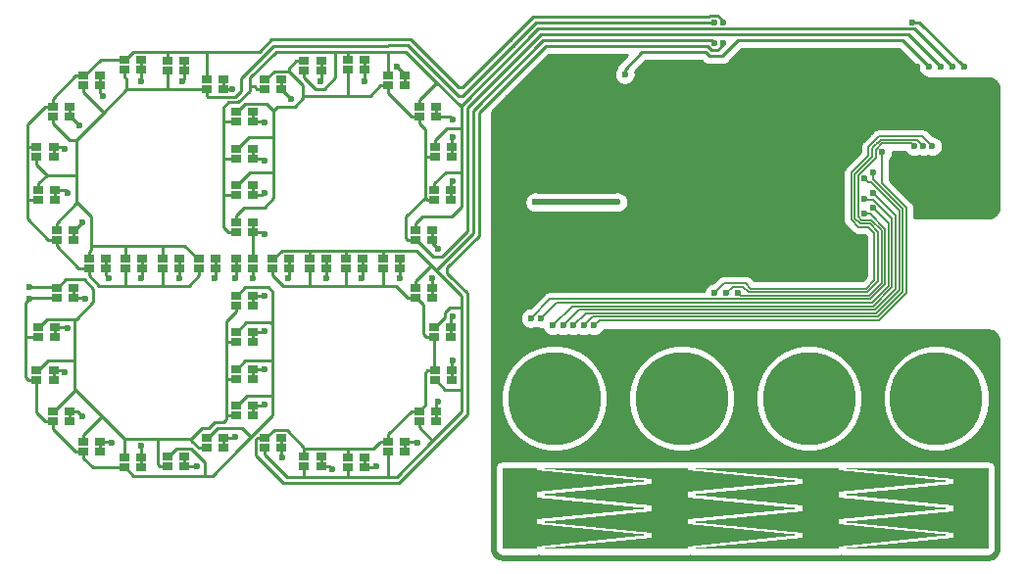
<source format=gbr>
G04 #@! TF.GenerationSoftware,KiCad,Pcbnew,5.0.2+dfsg1-1~bpo9+1*
G04 #@! TF.CreationDate,2019-04-13T04:29:40+03:00*
G04 #@! TF.ProjectId,kicad,6b696361-642e-46b6-9963-61645f706362,rev?*
G04 #@! TF.SameCoordinates,Original*
G04 #@! TF.FileFunction,Copper,L1,Top*
G04 #@! TF.FilePolarity,Positive*
%FSLAX46Y46*%
G04 Gerber Fmt 4.6, Leading zero omitted, Abs format (unit mm)*
G04 Created by KiCad (PCBNEW 5.0.2+dfsg1-1~bpo9+1) date Sat 13 Apr 2019 04:29:40 AM MSK*
%MOMM*%
%LPD*%
G01*
G04 APERTURE LIST*
G04 #@! TA.AperFunction,Conductor*
%ADD10C,8.000000*%
G04 #@! TD*
G04 #@! TA.AperFunction,SMDPad,CuDef*
%ADD11R,0.850000X0.650000*%
G04 #@! TD*
G04 #@! TA.AperFunction,Conductor*
%ADD12C,2.333333*%
G04 #@! TD*
G04 #@! TA.AperFunction,Conductor*
%ADD13C,0.100000*%
G04 #@! TD*
G04 #@! TA.AperFunction,ViaPad*
%ADD14C,0.600000*%
G04 #@! TD*
G04 #@! TA.AperFunction,Conductor*
%ADD15C,0.254000*%
G04 #@! TD*
G04 #@! TA.AperFunction,Conductor*
%ADD16C,0.508000*%
G04 #@! TD*
G04 #@! TA.AperFunction,Conductor*
%ADD17C,0.152400*%
G04 #@! TD*
G04 APERTURE END LIST*
D10*
G04 #@! TO.N,TOUCH_PAD3*
G04 #@! TO.C,TS4*
X183500000Y-115000000D03*
G04 #@! TD*
G04 #@! TO.N,TOUCH_PAD2*
G04 #@! TO.C,TS3*
X172500000Y-115000000D03*
G04 #@! TD*
G04 #@! TO.N,TOUCH_PAD1*
G04 #@! TO.C,TS2*
X161500000Y-115000000D03*
G04 #@! TD*
G04 #@! TO.N,TOUCH_PAD0*
G04 #@! TO.C,TS1*
X150500000Y-115000000D03*
G04 #@! TD*
D11*
G04 #@! TO.P,D49,1*
G04 #@! TO.N,LED_A8*
X122984000Y-102926000D03*
G04 #@! TO.P,D49,2*
X122984000Y-103776000D03*
G04 #@! TO.P,D49,4*
G04 #@! TO.N,LED_K1*
X124434000Y-103776000D03*
G04 #@! TO.P,D49,3*
G04 #@! TO.N,LED_K0*
X124434000Y-102926000D03*
G04 #@! TD*
G04 #@! TO.P,D48,1*
G04 #@! TO.N,LED_A7*
X138492852Y-100426333D03*
G04 #@! TO.P,D48,2*
G04 #@! TO.N,LED_A6*
X138492852Y-101276333D03*
G04 #@! TO.P,D48,4*
G04 #@! TO.N,LED_K11*
X139942852Y-101276333D03*
G04 #@! TO.P,D48,3*
X139942852Y-100426333D03*
G04 #@! TD*
G04 #@! TO.P,D47,1*
G04 #@! TO.N,LED_A5*
X120484333Y-87417147D03*
G04 #@! TO.P,D47,2*
G04 #@! TO.N,LED_A4*
X120484333Y-88267147D03*
G04 #@! TO.P,D47,4*
G04 #@! TO.N,LED_K11*
X121934333Y-88267147D03*
G04 #@! TO.P,D47,3*
X121934333Y-87417147D03*
G04 #@! TD*
G04 #@! TO.P,D46,1*
G04 #@! TO.N,LED_A3*
X107475147Y-105425666D03*
G04 #@! TO.P,D46,2*
G04 #@! TO.N,LED_A2*
X107475147Y-106275666D03*
G04 #@! TO.P,D46,4*
G04 #@! TO.N,LED_K11*
X108925147Y-106275666D03*
G04 #@! TO.P,D46,3*
X108925147Y-105425666D03*
G04 #@! TD*
G04 #@! TO.P,D45,1*
G04 #@! TO.N,LED_A1*
X125483666Y-118434852D03*
G04 #@! TO.P,D45,2*
G04 #@! TO.N,LED_A0*
X125483666Y-119284852D03*
G04 #@! TO.P,D45,4*
G04 #@! TO.N,LED_K11*
X126933666Y-119284852D03*
G04 #@! TO.P,D45,3*
X126933666Y-118434852D03*
G04 #@! TD*
G04 #@! TO.P,D44,1*
G04 #@! TO.N,LED_A7*
X140081919Y-97018568D03*
G04 #@! TO.P,D44,2*
G04 #@! TO.N,LED_A6*
X140081919Y-97868568D03*
G04 #@! TO.P,D44,4*
G04 #@! TO.N,LED_K10*
X141531919Y-97868568D03*
G04 #@! TO.P,D44,3*
X141531919Y-97018568D03*
G04 #@! TD*
G04 #@! TO.P,D43,1*
G04 #@! TO.N,LED_A5*
X117076568Y-85828080D03*
G04 #@! TO.P,D43,2*
G04 #@! TO.N,LED_A4*
X117076568Y-86678080D03*
G04 #@! TO.P,D43,4*
G04 #@! TO.N,LED_K10*
X118526568Y-86678080D03*
G04 #@! TO.P,D43,3*
X118526568Y-85828080D03*
G04 #@! TD*
G04 #@! TO.P,D42,1*
G04 #@! TO.N,LED_A3*
X105886080Y-108833431D03*
G04 #@! TO.P,D42,2*
G04 #@! TO.N,LED_A2*
X105886080Y-109683431D03*
G04 #@! TO.P,D42,4*
G04 #@! TO.N,LED_K10*
X107336080Y-109683431D03*
G04 #@! TO.P,D42,3*
X107336080Y-108833431D03*
G04 #@! TD*
G04 #@! TO.P,D41,1*
G04 #@! TO.N,LED_A1*
X128891431Y-120023919D03*
G04 #@! TO.P,D41,2*
G04 #@! TO.N,LED_A0*
X128891431Y-120873919D03*
G04 #@! TO.P,D41,4*
G04 #@! TO.N,LED_K10*
X130341431Y-120873919D03*
G04 #@! TO.P,D41,3*
X130341431Y-120023919D03*
G04 #@! TD*
G04 #@! TO.P,D40,1*
G04 #@! TO.N,LED_A7*
X140191279Y-93260107D03*
G04 #@! TO.P,D40,2*
G04 #@! TO.N,LED_A6*
X140191279Y-94110107D03*
G04 #@! TO.P,D40,4*
G04 #@! TO.N,LED_K9*
X141641279Y-94110107D03*
G04 #@! TO.P,D40,3*
X141641279Y-93260107D03*
G04 #@! TD*
G04 #@! TO.P,D39,1*
G04 #@! TO.N,LED_A5*
X113318107Y-85718720D03*
G04 #@! TO.P,D39,2*
G04 #@! TO.N,LED_A4*
X113318107Y-86568720D03*
G04 #@! TO.P,D39,4*
G04 #@! TO.N,LED_K9*
X114768107Y-86568720D03*
G04 #@! TO.P,D39,3*
X114768107Y-85718720D03*
G04 #@! TD*
G04 #@! TO.P,D38,1*
G04 #@! TO.N,LED_A3*
X105776720Y-112591892D03*
G04 #@! TO.P,D38,2*
G04 #@! TO.N,LED_A2*
X105776720Y-113441892D03*
G04 #@! TO.P,D38,4*
G04 #@! TO.N,LED_K9*
X107226720Y-113441892D03*
G04 #@! TO.P,D38,3*
X107226720Y-112591892D03*
G04 #@! TD*
G04 #@! TO.P,D37,1*
G04 #@! TO.N,LED_A1*
X132649892Y-120133279D03*
G04 #@! TO.P,D37,2*
G04 #@! TO.N,LED_A0*
X132649892Y-120983279D03*
G04 #@! TO.P,D37,4*
G04 #@! TO.N,LED_K9*
X134099892Y-120983279D03*
G04 #@! TO.P,D37,3*
X134099892Y-120133279D03*
G04 #@! TD*
G04 #@! TO.P,D36,1*
G04 #@! TO.N,LED_A7*
X138803045Y-89765712D03*
G04 #@! TO.P,D36,2*
G04 #@! TO.N,LED_A6*
X138803045Y-90615712D03*
G04 #@! TO.P,D36,4*
G04 #@! TO.N,LED_K8*
X140253045Y-90615712D03*
G04 #@! TO.P,D36,3*
X140253045Y-89765712D03*
G04 #@! TD*
G04 #@! TO.P,D35,1*
G04 #@! TO.N,LED_A5*
X109823712Y-87106954D03*
G04 #@! TO.P,D35,2*
G04 #@! TO.N,LED_A4*
X109823712Y-87956954D03*
G04 #@! TO.P,D35,4*
G04 #@! TO.N,LED_K8*
X111273712Y-87956954D03*
G04 #@! TO.P,D35,3*
X111273712Y-87106954D03*
G04 #@! TD*
G04 #@! TO.P,D34,1*
G04 #@! TO.N,LED_A3*
X107164954Y-116086287D03*
G04 #@! TO.P,D34,2*
G04 #@! TO.N,LED_A2*
X107164954Y-116936287D03*
G04 #@! TO.P,D34,4*
G04 #@! TO.N,LED_K8*
X108614954Y-116936287D03*
G04 #@! TO.P,D34,3*
X108614954Y-116086287D03*
G04 #@! TD*
G04 #@! TO.P,D33,1*
G04 #@! TO.N,LED_A1*
X136144287Y-118745045D03*
G04 #@! TO.P,D33,2*
G04 #@! TO.N,LED_A0*
X136144287Y-119595045D03*
G04 #@! TO.P,D33,4*
G04 #@! TO.N,LED_K8*
X137594287Y-119595045D03*
G04 #@! TO.P,D33,3*
X137594287Y-118745045D03*
G04 #@! TD*
G04 #@! TO.P,D32,1*
G04 #@! TO.N,LED_A7*
X136144287Y-87106954D03*
G04 #@! TO.P,D32,2*
G04 #@! TO.N,LED_A6*
X136144287Y-87956954D03*
G04 #@! TO.P,D32,4*
G04 #@! TO.N,LED_K7*
X137594287Y-87956954D03*
G04 #@! TO.P,D32,3*
X137594287Y-87106954D03*
G04 #@! TD*
G04 #@! TO.P,D31,1*
G04 #@! TO.N,LED_A5*
X107164954Y-89765712D03*
G04 #@! TO.P,D31,2*
G04 #@! TO.N,LED_A4*
X107164954Y-90615712D03*
G04 #@! TO.P,D31,4*
G04 #@! TO.N,LED_K7*
X108614954Y-90615712D03*
G04 #@! TO.P,D31,3*
X108614954Y-89765712D03*
G04 #@! TD*
G04 #@! TO.P,D30,1*
G04 #@! TO.N,LED_A3*
X109823712Y-118745045D03*
G04 #@! TO.P,D30,2*
G04 #@! TO.N,LED_A2*
X109823712Y-119595045D03*
G04 #@! TO.P,D30,4*
G04 #@! TO.N,LED_K7*
X111273712Y-119595045D03*
G04 #@! TO.P,D30,3*
X111273712Y-118745045D03*
G04 #@! TD*
G04 #@! TO.P,D29,1*
G04 #@! TO.N,LED_A1*
X138803045Y-116086287D03*
G04 #@! TO.P,D29,2*
G04 #@! TO.N,LED_A0*
X138803045Y-116936287D03*
G04 #@! TO.P,D29,4*
G04 #@! TO.N,LED_K7*
X140253045Y-116936287D03*
G04 #@! TO.P,D29,3*
X140253045Y-116086287D03*
G04 #@! TD*
G04 #@! TO.P,D28,1*
G04 #@! TO.N,LED_A7*
X132649892Y-85718720D03*
G04 #@! TO.P,D28,2*
G04 #@! TO.N,LED_A6*
X132649892Y-86568720D03*
G04 #@! TO.P,D28,4*
G04 #@! TO.N,LED_K6*
X134099892Y-86568720D03*
G04 #@! TO.P,D28,3*
X134099892Y-85718720D03*
G04 #@! TD*
G04 #@! TO.P,D27,1*
G04 #@! TO.N,LED_A5*
X105776720Y-93260107D03*
G04 #@! TO.P,D27,2*
G04 #@! TO.N,LED_A4*
X105776720Y-94110107D03*
G04 #@! TO.P,D27,4*
G04 #@! TO.N,LED_K6*
X107226720Y-94110107D03*
G04 #@! TO.P,D27,3*
X107226720Y-93260107D03*
G04 #@! TD*
G04 #@! TO.P,D26,1*
G04 #@! TO.N,LED_A3*
X113318107Y-120133279D03*
G04 #@! TO.P,D26,2*
G04 #@! TO.N,LED_A2*
X113318107Y-120983279D03*
G04 #@! TO.P,D26,4*
G04 #@! TO.N,LED_K6*
X114768107Y-120983279D03*
G04 #@! TO.P,D26,3*
X114768107Y-120133279D03*
G04 #@! TD*
G04 #@! TO.P,D25,1*
G04 #@! TO.N,LED_A1*
X140191279Y-112591892D03*
G04 #@! TO.P,D25,2*
G04 #@! TO.N,LED_A0*
X140191279Y-113441892D03*
G04 #@! TO.P,D25,4*
G04 #@! TO.N,LED_K6*
X141641279Y-113441892D03*
G04 #@! TO.P,D25,3*
X141641279Y-112591892D03*
G04 #@! TD*
G04 #@! TO.P,D24,1*
G04 #@! TO.N,LED_A6*
X128891431Y-85828080D03*
G04 #@! TO.P,D24,2*
G04 #@! TO.N,LED_A7*
X128891431Y-86678080D03*
G04 #@! TO.P,D24,4*
G04 #@! TO.N,LED_K5*
X130341431Y-86678080D03*
G04 #@! TO.P,D24,3*
X130341431Y-85828080D03*
G04 #@! TD*
G04 #@! TO.P,D23,1*
G04 #@! TO.N,LED_A4*
X105886080Y-97018568D03*
G04 #@! TO.P,D23,2*
G04 #@! TO.N,LED_A5*
X105886080Y-97868568D03*
G04 #@! TO.P,D23,4*
G04 #@! TO.N,LED_K5*
X107336080Y-97868568D03*
G04 #@! TO.P,D23,3*
X107336080Y-97018568D03*
G04 #@! TD*
G04 #@! TO.P,D22,1*
G04 #@! TO.N,LED_A2*
X117076568Y-120023919D03*
G04 #@! TO.P,D22,2*
G04 #@! TO.N,LED_A3*
X117076568Y-120873919D03*
G04 #@! TO.P,D22,4*
G04 #@! TO.N,LED_K5*
X118526568Y-120873919D03*
G04 #@! TO.P,D22,3*
X118526568Y-120023919D03*
G04 #@! TD*
G04 #@! TO.P,D21,1*
G04 #@! TO.N,LED_A0*
X140081919Y-108833431D03*
G04 #@! TO.P,D21,2*
G04 #@! TO.N,LED_A1*
X140081919Y-109683431D03*
G04 #@! TO.P,D21,4*
G04 #@! TO.N,LED_K5*
X141531919Y-109683431D03*
G04 #@! TO.P,D21,3*
X141531919Y-108833431D03*
G04 #@! TD*
G04 #@! TO.P,D20,1*
G04 #@! TO.N,LED_A6*
X125483666Y-87417147D03*
G04 #@! TO.P,D20,2*
G04 #@! TO.N,LED_A7*
X125483666Y-88267147D03*
G04 #@! TO.P,D20,4*
G04 #@! TO.N,LED_K4*
X126933666Y-88267147D03*
G04 #@! TO.P,D20,3*
X126933666Y-87417147D03*
G04 #@! TD*
G04 #@! TO.P,D19,1*
G04 #@! TO.N,LED_A4*
X107475147Y-100426333D03*
G04 #@! TO.P,D19,2*
G04 #@! TO.N,LED_A5*
X107475147Y-101276333D03*
G04 #@! TO.P,D19,4*
G04 #@! TO.N,LED_K4*
X108925147Y-101276333D03*
G04 #@! TO.P,D19,3*
X108925147Y-100426333D03*
G04 #@! TD*
G04 #@! TO.P,D18,1*
G04 #@! TO.N,LED_A2*
X120484333Y-118434852D03*
G04 #@! TO.P,D18,2*
G04 #@! TO.N,LED_A3*
X120484333Y-119284852D03*
G04 #@! TO.P,D18,4*
G04 #@! TO.N,LED_K4*
X121934333Y-119284852D03*
G04 #@! TO.P,D18,3*
X121934333Y-118434852D03*
G04 #@! TD*
G04 #@! TO.P,D17,1*
G04 #@! TO.N,LED_A0*
X138492852Y-105425666D03*
G04 #@! TO.P,D17,2*
G04 #@! TO.N,LED_A1*
X138492852Y-106275666D03*
G04 #@! TO.P,D17,4*
G04 #@! TO.N,LED_K4*
X139942852Y-106275666D03*
G04 #@! TO.P,D17,3*
X139942852Y-105425666D03*
G04 #@! TD*
G04 #@! TO.P,D16,1*
G04 #@! TO.N,LED_A6*
X122984000Y-90226000D03*
G04 #@! TO.P,D16,2*
G04 #@! TO.N,LED_A7*
X122984000Y-91076000D03*
G04 #@! TO.P,D16,4*
G04 #@! TO.N,LED_K3*
X124434000Y-91076000D03*
G04 #@! TO.P,D16,3*
X124434000Y-90226000D03*
G04 #@! TD*
G04 #@! TO.P,D15,1*
G04 #@! TO.N,LED_A4*
X110284000Y-102926000D03*
G04 #@! TO.P,D15,2*
G04 #@! TO.N,LED_A5*
X110284000Y-103776000D03*
G04 #@! TO.P,D15,4*
G04 #@! TO.N,LED_K3*
X111734000Y-103776000D03*
G04 #@! TO.P,D15,3*
X111734000Y-102926000D03*
G04 #@! TD*
G04 #@! TO.P,D14,1*
G04 #@! TO.N,LED_A2*
X122984000Y-115626000D03*
G04 #@! TO.P,D14,2*
G04 #@! TO.N,LED_A3*
X122984000Y-116476000D03*
G04 #@! TO.P,D14,4*
G04 #@! TO.N,LED_K3*
X124434000Y-116476000D03*
G04 #@! TO.P,D14,3*
X124434000Y-115626000D03*
G04 #@! TD*
G04 #@! TO.P,D13,1*
G04 #@! TO.N,LED_A0*
X135684000Y-102926000D03*
G04 #@! TO.P,D13,2*
G04 #@! TO.N,LED_A1*
X135684000Y-103776000D03*
G04 #@! TO.P,D13,4*
G04 #@! TO.N,LED_K3*
X137134000Y-103776000D03*
G04 #@! TO.P,D13,3*
X137134000Y-102926000D03*
G04 #@! TD*
G04 #@! TO.P,D12,1*
G04 #@! TO.N,LED_A6*
X122984000Y-93401000D03*
G04 #@! TO.P,D12,2*
G04 #@! TO.N,LED_A7*
X122984000Y-94251000D03*
G04 #@! TO.P,D12,4*
G04 #@! TO.N,LED_K2*
X124434000Y-94251000D03*
G04 #@! TO.P,D12,3*
X124434000Y-93401000D03*
G04 #@! TD*
G04 #@! TO.P,D11,1*
G04 #@! TO.N,LED_A4*
X113459000Y-102926000D03*
G04 #@! TO.P,D11,2*
G04 #@! TO.N,LED_A5*
X113459000Y-103776000D03*
G04 #@! TO.P,D11,4*
G04 #@! TO.N,LED_K2*
X114909000Y-103776000D03*
G04 #@! TO.P,D11,3*
X114909000Y-102926000D03*
G04 #@! TD*
G04 #@! TO.P,D10,1*
G04 #@! TO.N,LED_A2*
X122984000Y-112450999D03*
G04 #@! TO.P,D10,2*
G04 #@! TO.N,LED_A3*
X122984000Y-113300999D03*
G04 #@! TO.P,D10,4*
G04 #@! TO.N,LED_K2*
X124434000Y-113300999D03*
G04 #@! TO.P,D10,3*
X124434000Y-112450999D03*
G04 #@! TD*
G04 #@! TO.P,D9,1*
G04 #@! TO.N,LED_A0*
X132509000Y-102926000D03*
G04 #@! TO.P,D9,2*
G04 #@! TO.N,LED_A1*
X132509000Y-103776000D03*
G04 #@! TO.P,D9,4*
G04 #@! TO.N,LED_K2*
X133959000Y-103776000D03*
G04 #@! TO.P,D9,3*
X133959000Y-102926000D03*
G04 #@! TD*
G04 #@! TO.P,D8,1*
G04 #@! TO.N,LED_A6*
X122984000Y-96576000D03*
G04 #@! TO.P,D8,2*
G04 #@! TO.N,LED_A7*
X122984000Y-97426000D03*
G04 #@! TO.P,D8,4*
G04 #@! TO.N,LED_K1*
X124434000Y-97426000D03*
G04 #@! TO.P,D8,3*
X124434000Y-96576000D03*
G04 #@! TD*
G04 #@! TO.P,D7,1*
G04 #@! TO.N,LED_A4*
X116634000Y-102926000D03*
G04 #@! TO.P,D7,2*
G04 #@! TO.N,LED_A5*
X116634000Y-103776000D03*
G04 #@! TO.P,D7,4*
G04 #@! TO.N,LED_K1*
X118084000Y-103776000D03*
G04 #@! TO.P,D7,3*
X118084000Y-102926000D03*
G04 #@! TD*
G04 #@! TO.P,D6,1*
G04 #@! TO.N,LED_A2*
X122984000Y-109276000D03*
G04 #@! TO.P,D6,2*
G04 #@! TO.N,LED_A3*
X122984000Y-110126000D03*
G04 #@! TO.P,D6,4*
G04 #@! TO.N,LED_K1*
X124434000Y-110126000D03*
G04 #@! TO.P,D6,3*
X124434000Y-109276000D03*
G04 #@! TD*
G04 #@! TO.P,D5,1*
G04 #@! TO.N,LED_A0*
X129334000Y-102926000D03*
G04 #@! TO.P,D5,2*
G04 #@! TO.N,LED_A1*
X129334000Y-103776000D03*
G04 #@! TO.P,D5,4*
G04 #@! TO.N,LED_K1*
X130784000Y-103776000D03*
G04 #@! TO.P,D5,3*
X130784000Y-102926000D03*
G04 #@! TD*
G04 #@! TO.P,D4,1*
G04 #@! TO.N,LED_A6*
X122984000Y-99751000D03*
G04 #@! TO.P,D4,2*
G04 #@! TO.N,LED_A7*
X122984000Y-100601000D03*
G04 #@! TO.P,D4,4*
G04 #@! TO.N,LED_K0*
X124434000Y-100601000D03*
G04 #@! TO.P,D4,3*
X124434000Y-99751000D03*
G04 #@! TD*
G04 #@! TO.P,D3,1*
G04 #@! TO.N,LED_A4*
X119809000Y-102926000D03*
G04 #@! TO.P,D3,2*
G04 #@! TO.N,LED_A5*
X119809000Y-103776000D03*
G04 #@! TO.P,D3,4*
G04 #@! TO.N,LED_K0*
X121259000Y-103776000D03*
G04 #@! TO.P,D3,3*
X121259000Y-102926000D03*
G04 #@! TD*
G04 #@! TO.P,D2,1*
G04 #@! TO.N,LED_A2*
X122984000Y-106101000D03*
G04 #@! TO.P,D2,2*
G04 #@! TO.N,LED_A3*
X122984000Y-106951000D03*
G04 #@! TO.P,D2,4*
G04 #@! TO.N,LED_K0*
X124434000Y-106951000D03*
G04 #@! TO.P,D2,3*
X124434000Y-106101000D03*
G04 #@! TD*
G04 #@! TO.P,D1,1*
G04 #@! TO.N,LED_A0*
X126159000Y-102926000D03*
G04 #@! TO.P,D1,2*
G04 #@! TO.N,LED_A1*
X126159000Y-103776000D03*
G04 #@! TO.P,D1,4*
G04 #@! TO.N,LED_K0*
X127609000Y-103776000D03*
G04 #@! TO.P,D1,3*
X127609000Y-102926000D03*
G04 #@! TD*
D12*
G04 #@! TO.N,N$20*
G04 #@! TO.C,TS5*
X147500000Y-124500000D03*
D13*
G36*
X149000000Y-121229421D02*
X158640237Y-122166667D01*
X149000000Y-123103912D01*
X149000000Y-123562755D01*
X158640237Y-124500000D01*
X149000000Y-125437245D01*
X149000000Y-125896088D01*
X158640237Y-126833333D01*
X149000000Y-127770579D01*
X149000000Y-128000000D01*
X146000000Y-128000000D01*
X146000000Y-121000000D01*
X149000000Y-121000000D01*
X149000000Y-121229421D01*
X149000000Y-121229421D01*
G37*
D12*
G04 #@! TO.N,N$21*
X160476341Y-124500000D03*
D13*
G36*
X162047319Y-121229421D02*
X171687555Y-122166667D01*
X162047319Y-123103912D01*
X162047319Y-123562755D01*
X171687555Y-124500000D01*
X162047319Y-125437245D01*
X162047319Y-125896088D01*
X171687555Y-126833333D01*
X162047319Y-127770579D01*
X162047319Y-128000000D01*
X149265127Y-128000000D01*
X158905363Y-127062755D01*
X158905363Y-126603912D01*
X149265127Y-125666667D01*
X158905363Y-124729421D01*
X158905363Y-124270579D01*
X149265127Y-123333333D01*
X158905363Y-122396088D01*
X158905363Y-121937245D01*
X149265127Y-121000000D01*
X162047319Y-121000000D01*
X162047319Y-121229421D01*
X162047319Y-121229421D01*
G37*
D12*
G04 #@! TO.N,N$22*
X173523659Y-124500000D03*
D13*
G36*
X175094637Y-121229421D02*
X184734873Y-122166667D01*
X175094637Y-123103912D01*
X175094637Y-123562755D01*
X184734873Y-124500000D01*
X175094637Y-125437245D01*
X175094637Y-125896088D01*
X184734873Y-126833333D01*
X175094637Y-127770579D01*
X175094637Y-128000000D01*
X162312445Y-128000000D01*
X171952681Y-127062755D01*
X171952681Y-126603912D01*
X162312445Y-125666667D01*
X171952681Y-124729421D01*
X171952681Y-124270579D01*
X162312445Y-123333333D01*
X171952681Y-122396088D01*
X171952681Y-121937245D01*
X162312445Y-121000000D01*
X175094637Y-121000000D01*
X175094637Y-121229421D01*
X175094637Y-121229421D01*
G37*
D12*
G04 #@! TO.N,N$23*
X186500000Y-124500000D03*
D13*
G36*
X188000000Y-128000000D02*
X175359763Y-128000000D01*
X185000000Y-127062755D01*
X185000000Y-126603912D01*
X175359763Y-125666667D01*
X185000000Y-124729421D01*
X185000000Y-124270579D01*
X175359763Y-123333333D01*
X185000000Y-122396088D01*
X185000000Y-121937245D01*
X175359763Y-121000000D01*
X188000000Y-121000000D01*
X188000000Y-128000000D01*
X188000000Y-128000000D01*
G37*
G04 #@! TD*
D14*
G04 #@! TO.N,LED_K0*
X125501800Y-106095000D03*
X125451000Y-100761000D03*
X121133000Y-104571000D03*
X127483000Y-104571000D03*
G04 #@! TO.N,LED_K1*
X130785000Y-104571000D03*
X125451000Y-109143000D03*
X118085000Y-104571000D03*
X124435000Y-104571000D03*
X125451000Y-97205000D03*
G04 #@! TO.N,LED_A0*
X164338000Y-84328000D03*
G04 #@! TO.N,LED_K3*
X137135000Y-104571000D03*
X125451000Y-115493000D03*
X125451000Y-91109000D03*
X111989000Y-104571000D03*
G04 #@! TO.N,LED_K2*
X133833000Y-104571000D03*
X125451000Y-112445000D03*
X125451000Y-94411000D03*
X114783000Y-104571000D03*
G04 #@! TO.N,LED_K4*
X139929000Y-104571000D03*
X127737000Y-89077000D03*
X109703000Y-99745000D03*
X122911000Y-118287000D03*
G04 #@! TO.N,LED_K5*
X130277000Y-87553000D03*
X141707000Y-107873000D03*
X108433000Y-97205000D03*
X119609000Y-120827000D03*
G04 #@! TO.N,LED_K7*
X140437000Y-115239000D03*
X109449000Y-91363000D03*
X112243000Y-118795000D03*
X136881000Y-86283000D03*
G04 #@! TO.N,LED_K6*
X134087000Y-87553000D03*
X141707000Y-111683000D03*
X108179000Y-93395000D03*
X114783000Y-119049000D03*
G04 #@! TO.N,LED_K8*
X111481000Y-88823000D03*
X138659000Y-118795000D03*
X109703000Y-116509000D03*
X141707000Y-90855000D03*
G04 #@! TO.N,LED_A1*
X165100000Y-84328000D03*
G04 #@! TO.N,LED_A2*
X105140561Y-106426000D03*
G04 #@! TO.N,LED_A3*
X105140561Y-105410000D03*
G04 #@! TO.N,LED_A4*
X164338000Y-82478600D03*
G04 #@! TO.N,LED_A5*
X165100000Y-82478600D03*
G04 #@! TO.N,LED_A6*
X183896000Y-86360000D03*
G04 #@! TO.N,LED_A7*
X184912000Y-86360000D03*
G04 #@! TO.N,LED_A8*
X122911000Y-104571000D03*
X182880000Y-86360000D03*
X156591000Y-86995000D03*
G04 #@! TO.N,VDD*
X155956691Y-98043309D03*
X148844000Y-98044000D03*
G04 #@! TO.N,GND*
X146558000Y-93599000D03*
X146558000Y-92075000D03*
X146558000Y-90551000D03*
X146558000Y-89027000D03*
X173990000Y-91186000D03*
X169418000Y-95560000D03*
X177927000Y-85344000D03*
X181864000Y-86360000D03*
X176022000Y-104521000D03*
X146558000Y-94361000D03*
X146558000Y-92837000D03*
X146558000Y-91313000D03*
X146558000Y-89789000D03*
X183896000Y-94742000D03*
X183896000Y-97536000D03*
X183896000Y-96139000D03*
X176784000Y-93599000D03*
X187706000Y-110490000D03*
X145441042Y-110004109D03*
X148971000Y-105918000D03*
G04 #@! TO.N,N$13*
X178816000Y-93726000D03*
X153924000Y-108712000D03*
G04 #@! TO.N,N$14*
X177292000Y-97790000D03*
X150368000Y-108712000D03*
G04 #@! TO.N,N$5*
X185928000Y-86360000D03*
X181400000Y-82478600D03*
G04 #@! TO.N,N$19*
X177292000Y-96012000D03*
X152146000Y-108712000D03*
G04 #@! TO.N,N$20*
X146304000Y-121285000D03*
G04 #@! TO.N,N$16*
X178054000Y-98552000D03*
X149352000Y-108077000D03*
G04 #@! TO.N,N$15*
X178054000Y-97282000D03*
X151257000Y-108712000D03*
G04 #@! TO.N,N$17*
X177292000Y-99060000D03*
X148463000Y-108077000D03*
G04 #@! TO.N,N$18*
X178054000Y-95504000D03*
X153035000Y-108712000D03*
G04 #@! TO.N,TOUCH_PAD0*
X150500000Y-111500000D03*
G04 #@! TO.N,TOUCH_PAD1*
X161500000Y-111500000D03*
G04 #@! TO.N,TOUCH_PAD2*
X172500000Y-111500000D03*
G04 #@! TO.N,TOUCH_PAD3*
X183500000Y-111500000D03*
G04 #@! TO.N,N$21*
X160528000Y-121285000D03*
G04 #@! TO.N,N$22*
X173609000Y-121285000D03*
G04 #@! TO.N,N$23*
X187706000Y-121285000D03*
G04 #@! TO.N,N$8*
X166346043Y-105873443D03*
X181610000Y-93218000D03*
G04 #@! TO.N,N$10*
X165354000Y-105897400D03*
X182372000Y-93218000D03*
G04 #@! TO.N,N$9*
X164338000Y-105897400D03*
X183134000Y-93218000D03*
G04 #@! TO.N,LED_K9*
X141707000Y-92379000D03*
X108179000Y-112699000D03*
X114783000Y-87553000D03*
X135103000Y-120827000D03*
G04 #@! TO.N,LED_K10*
X141707000Y-96189000D03*
X108433000Y-108889000D03*
X118339000Y-87553000D03*
X131293000Y-121081000D03*
G04 #@! TO.N,LED_K11*
X109957000Y-106349000D03*
X126975000Y-120065000D03*
X140437000Y-102031000D03*
X122682000Y-88234000D03*
G04 #@! TD*
D15*
G04 #@! TO.N,LED_K0*
X124434000Y-99751000D02*
X124434000Y-100601000D01*
X121259000Y-102926000D02*
X121259000Y-103776000D01*
X127609000Y-102926000D02*
X127609000Y-103776000D01*
X124434000Y-106101000D02*
X124434000Y-106951000D01*
X125495800Y-106101000D02*
X125501800Y-106095000D01*
X124434000Y-106101000D02*
X125495800Y-106101000D01*
X125291000Y-100601000D02*
X125451000Y-100761000D01*
X124434000Y-100601000D02*
X125291000Y-100601000D01*
X121259000Y-104445000D02*
X121133000Y-104571000D01*
X121259000Y-103776000D02*
X121259000Y-104445000D01*
X127609000Y-104445000D02*
X127483000Y-104571000D01*
X127609000Y-103776000D02*
X127609000Y-104445000D01*
X124434000Y-102926000D02*
X124434000Y-100601000D01*
G04 #@! TO.N,LED_K1*
X130784000Y-102926000D02*
X130784000Y-103776000D01*
X130784000Y-104570000D02*
X130785000Y-104571000D01*
X130784000Y-103776000D02*
X130784000Y-104570000D01*
X124434000Y-110126000D02*
X124434000Y-109276000D01*
X125318000Y-109276000D02*
X125451000Y-109143000D01*
X124434000Y-109276000D02*
X125318000Y-109276000D01*
X124434000Y-96576000D02*
X124434000Y-97426000D01*
X118084000Y-102926000D02*
X118084000Y-103776000D01*
X118084000Y-104570000D02*
X118085000Y-104571000D01*
X118084000Y-103776000D02*
X118084000Y-104570000D01*
X124434000Y-104570000D02*
X124435000Y-104571000D01*
X124434000Y-103776000D02*
X124434000Y-104570000D01*
X125230000Y-97426000D02*
X125451000Y-97205000D01*
X124434000Y-97426000D02*
X125230000Y-97426000D01*
G04 #@! TO.N,LED_A0*
X126159000Y-102926000D02*
X126259000Y-102926000D01*
X126259000Y-102926000D02*
X126965001Y-102219999D01*
X139784518Y-103555000D02*
X139920882Y-103555000D01*
X138492852Y-105425666D02*
X138492852Y-104846666D01*
X141023909Y-107548209D02*
X141461118Y-107111000D01*
X141023909Y-107991441D02*
X141023909Y-107548209D01*
X140081919Y-108833431D02*
X140181919Y-108833431D01*
X140181919Y-108833431D02*
X141023909Y-107991441D01*
X141961000Y-107111000D02*
X142215000Y-107111000D01*
X142469000Y-106857000D02*
X142469000Y-107111000D01*
X141461118Y-107111000D02*
X141961000Y-107111000D01*
X141961000Y-107111000D02*
X142469000Y-107111000D01*
X142469000Y-106103118D02*
X142469000Y-106857000D01*
X142469000Y-107111000D02*
X142469000Y-107365000D01*
X139675000Y-103664518D02*
X139784518Y-103555000D01*
X138492852Y-104846666D02*
X139675000Y-103664518D01*
X140030400Y-103664518D02*
X140183000Y-103817118D01*
X140183000Y-103817118D02*
X142469000Y-106103118D01*
X139920882Y-103555000D02*
X140183000Y-103817118D01*
X127381815Y-121762001D02*
X125483666Y-119863852D01*
X125483666Y-119863852D02*
X125483666Y-119284852D01*
X141072387Y-114223000D02*
X142469000Y-114223000D01*
X140291279Y-113441892D02*
X141072387Y-114223000D01*
X140191279Y-113441892D02*
X140291279Y-113441892D01*
X142469000Y-107365000D02*
X142469000Y-114223000D01*
X142469000Y-114223000D02*
X142469000Y-116156134D01*
X139929000Y-118641242D02*
X139929000Y-118696134D01*
X138803045Y-117515287D02*
X139929000Y-118641242D01*
X138803045Y-116936287D02*
X138803045Y-117515287D01*
X139929000Y-118696134D02*
X136863133Y-121762001D01*
X142469000Y-116156134D02*
X139929000Y-118696134D01*
X136144287Y-119595045D02*
X136144287Y-121736714D01*
X136144287Y-121736714D02*
X136119000Y-121762001D01*
X136863133Y-121762001D02*
X136119000Y-121762001D01*
X132649892Y-120983279D02*
X132649892Y-121562279D01*
X132649892Y-121562279D02*
X132649892Y-121594893D01*
X132817000Y-121762001D02*
X132563000Y-121762001D01*
X136119000Y-121762001D02*
X132817000Y-121762001D01*
X132649892Y-121675109D02*
X132563000Y-121762001D01*
X132649892Y-121562279D02*
X132649892Y-121675109D01*
X132563000Y-121762001D02*
X129007000Y-121762001D01*
X164337960Y-84328000D02*
X164338000Y-84328000D01*
X164083980Y-84074020D02*
X164337960Y-84328000D01*
X140183000Y-103817118D02*
X140377198Y-103817118D01*
X140377198Y-103817118D02*
X143463300Y-100731016D01*
X143463300Y-100731016D02*
X143463300Y-90129568D01*
X149518848Y-84074020D02*
X164083980Y-84074020D01*
X143463300Y-90129568D02*
X149518848Y-84074020D01*
X135684000Y-102926000D02*
X135684000Y-102222799D01*
X139920882Y-103555000D02*
X138585881Y-102219999D01*
X138585881Y-102219999D02*
X132817000Y-102219999D01*
X132509000Y-102267999D02*
X132461000Y-102219999D01*
X132509000Y-102926000D02*
X132509000Y-102267999D01*
X132817000Y-102219999D02*
X132461000Y-102219999D01*
X132461000Y-102219999D02*
X129515000Y-102219999D01*
X126965001Y-102219999D02*
X128778000Y-102219999D01*
X129334000Y-102267999D02*
X129286000Y-102219999D01*
X129286000Y-102219999D02*
X128778000Y-102219999D01*
X129334000Y-102926000D02*
X129334000Y-102267999D01*
X129515000Y-102219999D02*
X129286000Y-102219999D01*
X128891431Y-121748432D02*
X128905000Y-121762001D01*
X128891431Y-120873919D02*
X128891431Y-121748432D01*
X128905000Y-121762001D02*
X127381815Y-121762001D01*
X129007000Y-121762001D02*
X128905000Y-121762001D01*
G04 #@! TO.N,LED_K3*
X137134000Y-102926000D02*
X137134000Y-103776000D01*
X137134000Y-104570000D02*
X137135000Y-104571000D01*
X137134000Y-103776000D02*
X137134000Y-104570000D01*
X124434000Y-116476000D02*
X124434000Y-115626000D01*
X125318000Y-115626000D02*
X125451000Y-115493000D01*
X124434000Y-115626000D02*
X125318000Y-115626000D01*
X124434000Y-90226000D02*
X124434000Y-91076000D01*
X125418000Y-91076000D02*
X125451000Y-91109000D01*
X124434000Y-91076000D02*
X125418000Y-91076000D01*
X111734000Y-102926000D02*
X111734000Y-103776000D01*
X111734000Y-104316000D02*
X111989000Y-104571000D01*
X111734000Y-103776000D02*
X111734000Y-104316000D01*
G04 #@! TO.N,LED_K2*
X133959000Y-102926000D02*
X133959000Y-103776000D01*
X133959000Y-104445000D02*
X133833000Y-104571000D01*
X133959000Y-103776000D02*
X133959000Y-104445000D01*
X124434000Y-113300999D02*
X124434000Y-112450999D01*
X125445001Y-112450999D02*
X125451000Y-112445000D01*
X124434000Y-112450999D02*
X125445001Y-112450999D01*
X124434000Y-93401000D02*
X124434000Y-94251000D01*
X125291000Y-94251000D02*
X125451000Y-94411000D01*
X124434000Y-94251000D02*
X125291000Y-94251000D01*
X114909000Y-102926000D02*
X114909000Y-103776000D01*
X114909000Y-104445000D02*
X114783000Y-104571000D01*
X114909000Y-103776000D02*
X114909000Y-104445000D01*
G04 #@! TO.N,LED_K4*
X139942852Y-106275666D02*
X139942852Y-105425666D01*
X139942852Y-104584852D02*
X139929000Y-104571000D01*
X139942852Y-105425666D02*
X139942852Y-104584852D01*
X126933666Y-87417147D02*
X126933666Y-88267147D01*
X126933666Y-88273666D02*
X127737000Y-89077000D01*
X126933666Y-88267147D02*
X126933666Y-88273666D01*
X121934333Y-118434852D02*
X121934333Y-119284852D01*
X108925147Y-101276333D02*
X108925147Y-100426333D01*
X109021667Y-100426333D02*
X109703000Y-99745000D01*
X108925147Y-100426333D02*
X109021667Y-100426333D01*
X122763148Y-118434852D02*
X122911000Y-118287000D01*
X121934333Y-118434852D02*
X122763148Y-118434852D01*
G04 #@! TO.N,LED_K5*
X130341431Y-85828080D02*
X130341431Y-86678080D01*
X141531919Y-109683431D02*
X141531919Y-108833431D01*
X118526568Y-120023919D02*
X118526568Y-120873919D01*
X141531919Y-108048081D02*
X141707000Y-107873000D01*
X141531919Y-108833431D02*
X141531919Y-108048081D01*
X130341431Y-87488569D02*
X130277000Y-87553000D01*
X130341431Y-86678080D02*
X130341431Y-87488569D01*
X107336080Y-97868568D02*
X107336080Y-97018568D01*
X108246568Y-97018568D02*
X108433000Y-97205000D01*
X107336080Y-97018568D02*
X108246568Y-97018568D01*
X119562081Y-120873919D02*
X119609000Y-120827000D01*
X118526568Y-120873919D02*
X119562081Y-120873919D01*
G04 #@! TO.N,LED_K7*
X137594287Y-87106954D02*
X137594287Y-87956954D01*
X140253045Y-116936287D02*
X140253045Y-116086287D01*
X140253045Y-115422955D02*
X140437000Y-115239000D01*
X140253045Y-116086287D02*
X140253045Y-115422955D01*
X111273712Y-118745045D02*
X111273712Y-119595045D01*
X108701712Y-90615712D02*
X109449000Y-91363000D01*
X108614954Y-90615712D02*
X108701712Y-90615712D01*
X112193045Y-118745045D02*
X112243000Y-118795000D01*
X111273712Y-118745045D02*
X112193045Y-118745045D01*
X137594287Y-86996287D02*
X136881000Y-86283000D01*
X137594287Y-87106954D02*
X137594287Y-86996287D01*
X108614954Y-89765712D02*
X108614954Y-90615712D01*
G04 #@! TO.N,LED_K6*
X134099892Y-85718720D02*
X134099892Y-86568720D01*
X134099892Y-87540108D02*
X134087000Y-87553000D01*
X134099892Y-86568720D02*
X134099892Y-87540108D01*
X141641279Y-113441892D02*
X141641279Y-112591892D01*
X141641279Y-111748721D02*
X141707000Y-111683000D01*
X141641279Y-112591892D02*
X141641279Y-111748721D01*
X114768107Y-120133279D02*
X114768107Y-120983279D01*
X107226720Y-94110107D02*
X107226720Y-93260107D01*
X108044107Y-93260107D02*
X108179000Y-93395000D01*
X107226720Y-93260107D02*
X108044107Y-93260107D01*
X114768107Y-119063893D02*
X114783000Y-119049000D01*
X114768107Y-120133279D02*
X114768107Y-119063893D01*
G04 #@! TO.N,LED_K8*
X140253045Y-89765712D02*
X140253045Y-90615712D01*
X137594287Y-119595045D02*
X137594287Y-118745045D01*
X108614954Y-116086287D02*
X108614954Y-116936287D01*
X111273712Y-87106954D02*
X111273712Y-87956954D01*
X111273712Y-88615712D02*
X111481000Y-88823000D01*
X111273712Y-87956954D02*
X111273712Y-88615712D01*
X138609045Y-118745045D02*
X138659000Y-118795000D01*
X137594287Y-118745045D02*
X138609045Y-118745045D01*
X109280287Y-116086287D02*
X109703000Y-116509000D01*
X108614954Y-116086287D02*
X109280287Y-116086287D01*
X141467712Y-90615712D02*
X141707000Y-90855000D01*
X140253045Y-90615712D02*
X141467712Y-90615712D01*
G04 #@! TO.N,LED_A1*
X126159000Y-104355000D02*
X127056001Y-105252001D01*
X126159000Y-103776000D02*
X126159000Y-104355000D01*
X140081919Y-112482532D02*
X140191279Y-112591892D01*
X140081919Y-109683431D02*
X140081919Y-112482532D01*
X136790187Y-105252001D02*
X135865000Y-105252001D01*
X138492852Y-106275666D02*
X137813852Y-106275666D01*
X135865000Y-105252001D02*
X136199999Y-105252001D01*
X137813852Y-106275666D02*
X136790187Y-105252001D01*
X136144287Y-118166045D02*
X136144287Y-118745045D01*
X136144287Y-118066045D02*
X136144287Y-118166045D01*
X138124045Y-116086287D02*
X136144287Y-118066045D01*
X138803045Y-116086287D02*
X138124045Y-116086287D01*
X129334000Y-103776000D02*
X129334000Y-105179001D01*
X129334000Y-105179001D02*
X129261000Y-105252001D01*
X127056001Y-105252001D02*
X129261000Y-105252001D01*
X132509000Y-105198001D02*
X132563000Y-105252001D01*
X132509000Y-103776000D02*
X132509000Y-105198001D01*
X129261000Y-105252001D02*
X132563000Y-105252001D01*
X135684000Y-103776000D02*
X135684000Y-105179001D01*
X135611000Y-105252001D02*
X135865000Y-105252001D01*
X135684000Y-105179001D02*
X135611000Y-105252001D01*
X132563000Y-105252001D02*
X135611000Y-105252001D01*
X135509000Y-118745045D02*
X136144287Y-118745045D01*
X132649892Y-119380000D02*
X132649892Y-120133279D01*
X134874045Y-119380000D02*
X135382045Y-118872000D01*
X135382045Y-118872000D02*
X135509000Y-118745045D01*
X132649892Y-119380000D02*
X134874045Y-119380000D01*
X132649892Y-119380000D02*
X128891431Y-119380000D01*
X128891431Y-119507000D02*
X128891431Y-120023919D01*
X128891431Y-119380000D02*
X128891431Y-119507000D01*
X128891431Y-120023919D02*
X128891431Y-119239282D01*
X127381000Y-117728851D02*
X126289667Y-117728851D01*
X128891431Y-119239282D02*
X127381000Y-117728851D01*
X125583666Y-118434852D02*
X125483666Y-118434852D01*
X126289667Y-117728851D02*
X125583666Y-118434852D01*
X138803045Y-116086287D02*
X138803045Y-116085955D01*
X138803045Y-116085955D02*
X139319000Y-115570000D01*
X139319000Y-112785171D02*
X139319000Y-115570000D01*
X139512279Y-112591892D02*
X139319000Y-112785171D01*
X140191279Y-112591892D02*
X139512279Y-112591892D01*
X139402919Y-109683431D02*
X140081919Y-109683431D01*
X138492852Y-106275666D02*
X138592852Y-106275666D01*
X139192000Y-106874814D02*
X139192000Y-109472512D01*
X138592852Y-106275666D02*
X139192000Y-106874814D01*
X139192000Y-109472512D02*
X139402919Y-109683431D01*
X124804666Y-118434852D02*
X125483666Y-118434852D01*
X124677665Y-118561853D02*
X124804666Y-118434852D01*
X124677665Y-119914653D02*
X124677665Y-118561853D01*
X142977010Y-116366558D02*
X137073558Y-122270010D01*
X142977010Y-105892694D02*
X142977010Y-116366558D01*
X141500000Y-104415684D02*
X142977010Y-105892694D01*
X127033023Y-122270011D02*
X124677665Y-119914653D01*
X141500000Y-104412750D02*
X141500000Y-104415684D01*
X165100000Y-84328000D02*
X165100000Y-84423514D01*
X149729272Y-84582030D02*
X143971310Y-90339992D01*
X165100000Y-84423514D02*
X164616113Y-84907401D01*
X164616113Y-84907401D02*
X164084000Y-84907401D01*
X137073558Y-122270010D02*
X127033023Y-122270011D01*
X164084000Y-84907401D02*
X163758629Y-84582030D01*
X163758629Y-84582030D02*
X149729272Y-84582030D01*
X141250000Y-103662750D02*
X141250000Y-104162750D01*
X143971310Y-90339992D02*
X143971310Y-100941440D01*
X143971310Y-100941440D02*
X141250000Y-103662750D01*
X141250000Y-104162750D02*
X141500000Y-104412750D01*
G04 #@! TO.N,LED_A2*
X119609000Y-119811000D02*
X119617118Y-119811000D01*
X117076568Y-120023919D02*
X117176568Y-120023919D01*
X117176568Y-120023919D02*
X117882569Y-119317918D01*
X117882569Y-119317918D02*
X119115918Y-119317918D01*
X119115918Y-119317918D02*
X119609000Y-119811000D01*
X122984000Y-106101000D02*
X123084000Y-106101000D01*
X125809681Y-105394999D02*
X126182801Y-105768119D01*
X123084000Y-106101000D02*
X123790001Y-105394999D01*
X123790001Y-105394999D02*
X125809681Y-105394999D01*
X126009800Y-108461999D02*
X126182801Y-108635000D01*
X123084000Y-109276000D02*
X123898001Y-108461999D01*
X122984000Y-109276000D02*
X123084000Y-109276000D01*
X123898001Y-108461999D02*
X126009800Y-108461999D01*
X126182801Y-105768119D02*
X126182801Y-108635000D01*
X123084000Y-112450999D02*
X123790001Y-111744998D01*
X122984000Y-112450999D02*
X123084000Y-112450999D01*
X123084000Y-115626000D02*
X123979000Y-114731000D01*
X122984000Y-115626000D02*
X123084000Y-115626000D01*
X126182801Y-111937000D02*
X126182801Y-114731000D01*
X123979000Y-114731000D02*
X126182801Y-114731000D01*
X109144712Y-119595045D02*
X109823712Y-119595045D01*
X107164954Y-117615287D02*
X109144712Y-119595045D01*
X107164954Y-116936287D02*
X107164954Y-117615287D01*
X113418107Y-120983279D02*
X113318107Y-120983279D01*
X114124108Y-121689280D02*
X113418107Y-120983279D01*
X109823712Y-120174045D02*
X109823712Y-119595045D01*
X110632946Y-120983279D02*
X109823712Y-120174045D01*
X113318107Y-120983279D02*
X110632946Y-120983279D01*
X120290001Y-121608281D02*
X120371000Y-121689280D01*
X119609000Y-119811000D02*
X120290001Y-120492001D01*
X120965707Y-121689280D02*
X120371000Y-121689280D01*
X120290001Y-120492001D02*
X120290001Y-121608281D01*
X120371000Y-121689280D02*
X114124108Y-121689280D01*
X105776720Y-116227053D02*
X105776720Y-114020892D01*
X105776720Y-114020892D02*
X105776720Y-113441892D01*
X106485954Y-116936287D02*
X105776720Y-116227053D01*
X107164954Y-116936287D02*
X106485954Y-116936287D01*
X105097720Y-113441892D02*
X104840562Y-113184734D01*
X105776720Y-113441892D02*
X105097720Y-113441892D01*
X104885131Y-109683431D02*
X104840562Y-109728000D01*
X105886080Y-109683431D02*
X104885131Y-109683431D01*
X105290895Y-106275666D02*
X105140561Y-106426000D01*
X107475147Y-106275666D02*
X105290895Y-106275666D01*
X105140561Y-106426000D02*
X104840562Y-106725999D01*
X104840562Y-106725999D02*
X104840562Y-109982000D01*
X104840562Y-109982000D02*
X104840562Y-109728000D01*
X104840562Y-113184734D02*
X104840562Y-109982000D01*
X123274987Y-119380000D02*
X120965707Y-121689280D01*
X123514715Y-119140272D02*
X123274987Y-119380000D01*
X126182801Y-114731000D02*
X126182801Y-115824000D01*
X126182801Y-116472186D02*
X126182801Y-115824000D01*
X126182801Y-115824000D02*
X126182801Y-116299915D01*
X123528987Y-117602000D02*
X124290987Y-118364000D01*
X121417185Y-117602000D02*
X123528987Y-117602000D01*
X123274987Y-119380000D02*
X124290987Y-118364000D01*
X120484333Y-118434852D02*
X120584333Y-118434852D01*
X124290987Y-118364000D02*
X126182801Y-116472186D01*
X120584333Y-118434852D02*
X121417185Y-117602000D01*
X126167799Y-111744998D02*
X126182801Y-111760000D01*
X123790001Y-111744998D02*
X126167799Y-111744998D01*
X126182801Y-111760000D02*
X126182801Y-111937000D01*
X126182801Y-108635000D02*
X126182801Y-111760000D01*
G04 #@! TO.N,LED_A3*
X108281148Y-104719665D02*
X109851665Y-104719665D01*
X107575147Y-105425666D02*
X108281148Y-104719665D01*
X107475147Y-105425666D02*
X107575147Y-105425666D01*
X110638001Y-105506001D02*
X110638001Y-106683999D01*
X109851665Y-104719665D02*
X110638001Y-105506001D01*
X110638001Y-106683999D02*
X109195000Y-108127000D01*
X105986080Y-108833431D02*
X106692511Y-108127000D01*
X105886080Y-108833431D02*
X105986080Y-108833431D01*
X105876720Y-112591892D02*
X106785612Y-111683000D01*
X105776720Y-112591892D02*
X105876720Y-112591892D01*
X113318107Y-120133279D02*
X113318107Y-118481893D01*
X106692511Y-108127000D02*
X108839000Y-108127000D01*
X108962001Y-111683000D02*
X109012001Y-111633000D01*
X106785612Y-111683000D02*
X108962001Y-111683000D01*
X109012001Y-111633000D02*
X109012001Y-113931117D01*
X109012001Y-108611079D02*
X109012001Y-111633000D01*
X109012001Y-108173001D02*
X108966000Y-108127000D01*
X109012001Y-108611079D02*
X109012001Y-108173001D01*
X108966000Y-108127000D02*
X109195000Y-108127000D01*
X108839000Y-108127000D02*
X108966000Y-108127000D01*
X122174000Y-108340000D02*
X122174000Y-110126000D01*
X122984000Y-107530000D02*
X122174000Y-108340000D01*
X122984000Y-106951000D02*
X122984000Y-107530000D01*
X122984000Y-110126000D02*
X122174000Y-110126000D01*
X122984000Y-116476000D02*
X122174000Y-116476000D01*
X113318107Y-118481893D02*
X113330001Y-118469999D01*
X116205000Y-120681351D02*
X116205000Y-118469999D01*
X116397568Y-120873919D02*
X116205000Y-120681351D01*
X117076568Y-120873919D02*
X116397568Y-120873919D01*
X113330001Y-118469999D02*
X116205000Y-118469999D01*
X119147001Y-118469999D02*
X116205000Y-118469999D01*
X120015000Y-117602000D02*
X119147001Y-118469999D01*
X122174000Y-116476000D02*
X122174000Y-116840000D01*
X122174000Y-116840000D02*
X121920000Y-117094000D01*
X121920000Y-117094000D02*
X121158000Y-117094000D01*
X120650000Y-117602000D02*
X120015000Y-117602000D01*
X121158000Y-117094000D02*
X120650000Y-117602000D01*
X109012001Y-114175787D02*
X109012001Y-113931117D01*
X111403757Y-116586000D02*
X111422214Y-116586000D01*
X109823712Y-118745045D02*
X109823712Y-118166045D01*
X111422214Y-116586000D02*
X109012001Y-114175787D01*
X109823712Y-118166045D02*
X111403757Y-116586000D01*
X113318107Y-118481893D02*
X111422214Y-116586000D01*
X107264954Y-116086287D02*
X107164954Y-116086287D01*
X109012001Y-114339240D02*
X107264954Y-116086287D01*
X109012001Y-114175787D02*
X109012001Y-114339240D01*
X107293945Y-105244464D02*
X107475147Y-105425666D01*
X107459481Y-105410000D02*
X107475147Y-105425666D01*
X105140561Y-105410000D02*
X107459481Y-105410000D01*
X119147001Y-118626520D02*
X119147001Y-118469999D01*
X119805333Y-119284852D02*
X119147001Y-118626520D01*
X120484333Y-119284852D02*
X119805333Y-119284852D01*
X122174000Y-113919000D02*
X122174000Y-116476000D01*
X122190999Y-113300999D02*
X122984000Y-113300999D01*
X122174000Y-113284000D02*
X122190999Y-113300999D01*
X122174000Y-110126000D02*
X122174000Y-113284000D01*
X122174000Y-113284000D02*
X122174000Y-113919000D01*
G04 #@! TO.N,LED_A4*
X110284000Y-102347000D02*
X110284000Y-102926000D01*
X110465000Y-102166000D02*
X110284000Y-102347000D01*
X109195000Y-97967000D02*
X110465000Y-99237000D01*
X110465000Y-99237000D02*
X110465000Y-101777000D01*
X110465000Y-101777000D02*
X110465000Y-102166000D01*
X119709000Y-102926000D02*
X119809000Y-102926000D01*
X118560000Y-101777000D02*
X119709000Y-102926000D01*
X116815000Y-101777000D02*
X118560000Y-101777000D01*
X113459000Y-101831000D02*
X113513000Y-101777000D01*
X113459000Y-102926000D02*
X113459000Y-101831000D01*
X110465000Y-101777000D02*
X113513000Y-101777000D01*
X109195000Y-98127480D02*
X109195000Y-97967000D01*
X107475147Y-99847333D02*
X109195000Y-98127480D01*
X107475147Y-100426333D02*
X107475147Y-99847333D01*
X105886080Y-96439568D02*
X106644648Y-95681000D01*
X109195000Y-92633000D02*
X109195000Y-95681000D01*
X106644648Y-95681000D02*
X109195000Y-95681000D01*
X105886080Y-97018568D02*
X105886080Y-96439568D01*
X109195000Y-95681000D02*
X109195000Y-97967000D01*
X105776720Y-94813072D02*
X106644648Y-95681000D01*
X105776720Y-94110107D02*
X105776720Y-94813072D01*
X108603242Y-92633000D02*
X109195000Y-92633000D01*
X107164954Y-91194712D02*
X108603242Y-92633000D01*
X107164954Y-90615712D02*
X107164954Y-91194712D01*
X111481000Y-90193242D02*
X111481000Y-90347000D01*
X109823712Y-88535954D02*
X111481000Y-90193242D01*
X109823712Y-87956954D02*
X109823712Y-88535954D01*
X113560853Y-88267147D02*
X111481000Y-90347000D01*
X111481000Y-90347000D02*
X109195000Y-92633000D01*
X113560853Y-87390466D02*
X113560853Y-88267147D01*
X113318107Y-87147720D02*
X113560853Y-87390466D01*
X113318107Y-86568720D02*
X113318107Y-87147720D01*
X117069000Y-87264648D02*
X117069000Y-88267147D01*
X117076568Y-87257080D02*
X117069000Y-87264648D01*
X117076568Y-86678080D02*
X117076568Y-87257080D01*
X120484333Y-88267147D02*
X117069000Y-88267147D01*
X117069000Y-88267147D02*
X113560853Y-88267147D01*
X120557334Y-88919148D02*
X122924814Y-88919148D01*
X120484333Y-88846147D02*
X120557334Y-88919148D01*
X122924814Y-88919148D02*
X123444000Y-88399962D01*
X120484333Y-88267147D02*
X120484333Y-88846147D01*
X123444000Y-87302577D02*
X126241868Y-84504709D01*
X123444000Y-88399962D02*
X123444000Y-87302577D01*
X148887566Y-82550000D02*
X163068000Y-82550000D01*
X164266600Y-82550000D02*
X164338000Y-82478600D01*
X163068000Y-82550000D02*
X164266600Y-82550000D01*
X147109566Y-84328000D02*
X148887566Y-82550000D01*
X146932857Y-84504709D02*
X147109566Y-84328000D01*
X136147356Y-84501353D02*
X136144000Y-84504709D01*
X137841669Y-84501353D02*
X136147356Y-84501353D01*
X126241868Y-84504709D02*
X136144000Y-84504709D01*
X142537250Y-88899684D02*
X142537566Y-88900000D01*
X142240000Y-88899684D02*
X142537250Y-88899684D01*
X142240000Y-88899684D02*
X137841669Y-84501353D01*
X142537566Y-88900000D02*
X147109566Y-84328000D01*
X116634000Y-102926000D02*
X116634000Y-101825000D01*
X116634000Y-101825000D02*
X116586000Y-101777000D01*
X116586000Y-101777000D02*
X116815000Y-101777000D01*
X113513000Y-101777000D02*
X116586000Y-101777000D01*
G04 #@! TO.N,LED_A5*
X119809000Y-104355000D02*
X119809000Y-103776000D01*
X118911999Y-105252001D02*
X119809000Y-104355000D01*
X110284000Y-104355000D02*
X111181001Y-105252001D01*
X110284000Y-103776000D02*
X110284000Y-104355000D01*
X116634000Y-105179001D02*
X116561000Y-105252001D01*
X116634000Y-103776000D02*
X116634000Y-105179001D01*
X116561000Y-105252001D02*
X118911999Y-105252001D01*
X113459000Y-105198001D02*
X113513000Y-105252001D01*
X113459000Y-103776000D02*
X113459000Y-105198001D01*
X113513000Y-105252001D02*
X116561000Y-105252001D01*
X111181001Y-105252001D02*
X113513000Y-105252001D01*
X109605000Y-103776000D02*
X110284000Y-103776000D01*
X109395814Y-103776000D02*
X109605000Y-103776000D01*
X107475147Y-101855333D02*
X109395814Y-103776000D01*
X107475147Y-101276333D02*
X107475147Y-101855333D01*
X109144712Y-87106954D02*
X109823712Y-87106954D01*
X107164954Y-89086712D02*
X109144712Y-87106954D01*
X107164954Y-89765712D02*
X107164954Y-89086712D01*
X112639107Y-85718720D02*
X113318107Y-85718720D01*
X111311946Y-85718720D02*
X112639107Y-85718720D01*
X109923712Y-87106954D02*
X111311946Y-85718720D01*
X109823712Y-87106954D02*
X109923712Y-87106954D01*
X113418107Y-85718720D02*
X114124108Y-85012719D01*
X113318107Y-85718720D02*
X113418107Y-85718720D01*
X117076568Y-85828080D02*
X117076568Y-85020287D01*
X117076568Y-85020287D02*
X117069000Y-85012719D01*
X117069000Y-85012719D02*
X119147009Y-85012719D01*
X114124108Y-85012719D02*
X117069000Y-85012719D01*
X106796147Y-101276333D02*
X107475147Y-101276333D01*
X104970719Y-99450905D02*
X106796147Y-101276333D01*
X106485954Y-89765712D02*
X104970719Y-91280947D01*
X107164954Y-89765712D02*
X106485954Y-89765712D01*
X104978613Y-93141000D02*
X104970719Y-93141000D01*
X105097720Y-93260107D02*
X104978613Y-93141000D01*
X105776720Y-93260107D02*
X105097720Y-93260107D01*
X104970719Y-91280947D02*
X104970719Y-93141000D01*
X104970719Y-93395000D02*
X104970719Y-93387108D01*
X104970719Y-93141000D02*
X104970719Y-93395000D01*
X104970719Y-93387108D02*
X105097720Y-93260107D01*
X104970719Y-97632207D02*
X104970719Y-97459000D01*
X104970719Y-93395000D02*
X104970719Y-97459000D01*
X105069151Y-97868568D02*
X104970719Y-97967000D01*
X105385000Y-97868568D02*
X105207080Y-97868568D01*
X105886080Y-97868568D02*
X105385000Y-97868568D01*
X104970719Y-97459000D02*
X104970719Y-97967000D01*
X105385000Y-97868568D02*
X105069151Y-97868568D01*
X104970719Y-97967000D02*
X104970719Y-99450905D01*
X120484333Y-85101052D02*
X120396000Y-85012719D01*
X120484333Y-87417147D02*
X120484333Y-85101052D01*
X120396000Y-85012719D02*
X119147009Y-85012719D01*
X164616113Y-81899199D02*
X163972801Y-81899199D01*
X163972801Y-81899199D02*
X163830010Y-82041990D01*
X163830010Y-82041990D02*
X148666210Y-82041990D01*
X164917401Y-82367401D02*
X164917401Y-82200487D01*
X165028600Y-82478600D02*
X164917401Y-82367401D01*
X164917401Y-82200487D02*
X164616113Y-81899199D01*
X165100000Y-82478600D02*
X165028600Y-82478600D01*
X147142200Y-83566000D02*
X146711501Y-83996699D01*
X148666210Y-82041990D02*
X147142200Y-83566000D01*
X146711501Y-83996699D02*
X146635301Y-83996699D01*
X142570200Y-88138000D02*
X147142200Y-83566000D01*
X138063025Y-83993343D02*
X142207682Y-88138000D01*
X142207682Y-88138000D02*
X142570200Y-88138000D01*
X126034800Y-83993343D02*
X138063025Y-83993343D01*
X125015424Y-85012719D02*
X126034800Y-83993343D01*
X120396000Y-85012719D02*
X125015424Y-85012719D01*
G04 #@! TO.N,LED_A6*
X122984000Y-99172000D02*
X123681000Y-98475000D01*
X122984000Y-99751000D02*
X122984000Y-99172000D01*
X125442882Y-98475000D02*
X126213000Y-97704882D01*
X123681000Y-98475000D02*
X125442882Y-98475000D01*
X124233000Y-95427000D02*
X126213000Y-95427000D01*
X122984000Y-96576000D02*
X123084000Y-96576000D01*
X126213000Y-97704882D02*
X126213000Y-95427000D01*
X123084000Y-96576000D02*
X124233000Y-95427000D01*
X124106000Y-92379000D02*
X126213000Y-92379000D01*
X123084000Y-93401000D02*
X124106000Y-92379000D01*
X122984000Y-93401000D02*
X123084000Y-93401000D01*
X126213000Y-95427000D02*
X126213000Y-92379000D01*
X123790001Y-89519999D02*
X125639999Y-89519999D01*
X123084000Y-90226000D02*
X123790001Y-89519999D01*
X122984000Y-90226000D02*
X123084000Y-90226000D01*
X126213000Y-90093000D02*
X126213000Y-91617000D01*
X125639999Y-89519999D02*
X126213000Y-90093000D01*
X126213000Y-91617000D02*
X126213000Y-91363000D01*
X126213000Y-92379000D02*
X126213000Y-91617000D01*
X127572065Y-86711146D02*
X128753000Y-87892081D01*
X126289667Y-86711146D02*
X127572065Y-86711146D01*
X125583666Y-87417147D02*
X126289667Y-86711146D01*
X125483666Y-87417147D02*
X125583666Y-87417147D01*
X128063881Y-89758001D02*
X128753000Y-89068882D01*
X126547999Y-89758001D02*
X128063881Y-89758001D01*
X126213000Y-90093000D02*
X126547999Y-89758001D01*
X127572065Y-86468446D02*
X127572065Y-86711146D01*
X128212431Y-85828080D02*
X127572065Y-86468446D01*
X128891431Y-85828080D02*
X128212431Y-85828080D01*
X135465287Y-87956954D02*
X136144287Y-87956954D01*
X134599241Y-88823000D02*
X135465287Y-87956954D01*
X128753000Y-88823000D02*
X128753000Y-87892081D01*
X128753000Y-89068882D02*
X128753000Y-88823000D01*
X132649892Y-88736108D02*
X132563000Y-88823000D01*
X132649892Y-86568720D02*
X132649892Y-88736108D01*
X132563000Y-88823000D02*
X134599241Y-88823000D01*
X128753000Y-88823000D02*
X132563000Y-88823000D01*
X138124045Y-90615712D02*
X138803045Y-90615712D01*
X136144287Y-88635954D02*
X138124045Y-90615712D01*
X136144287Y-87956954D02*
X136144287Y-88635954D01*
X137813852Y-101276333D02*
X138492852Y-101276333D01*
X137686851Y-101149332D02*
X137813852Y-101276333D01*
X137686851Y-99447149D02*
X137686851Y-101149332D01*
X138492852Y-101276333D02*
X138492852Y-101408536D01*
X138803045Y-91194712D02*
X138803045Y-90615712D01*
X139319000Y-91710667D02*
X138803045Y-91194712D01*
X139319000Y-93916828D02*
X139319000Y-91710667D01*
X139322107Y-94110107D02*
X139319000Y-94107000D01*
X140191279Y-94110107D02*
X139322107Y-94110107D01*
X139319000Y-94107000D02*
X139319000Y-93916828D01*
X137686851Y-99447149D02*
X137686851Y-99416798D01*
X139319000Y-97663000D02*
X139319000Y-94107000D01*
X139524568Y-97868568D02*
X139319000Y-97663000D01*
X140081919Y-97868568D02*
X139524568Y-97868568D01*
X137686851Y-99295149D02*
X139319000Y-97663000D01*
X137686851Y-99447149D02*
X137686851Y-99295149D01*
X138492852Y-101276333D02*
X138592852Y-101276333D01*
X142955290Y-100520592D02*
X142955290Y-89919144D01*
X138592852Y-101276333D02*
X140028520Y-102712001D01*
X140028520Y-102712001D02*
X140763881Y-102712001D01*
X140763881Y-102712001D02*
X142955290Y-100520592D01*
X142955290Y-89919144D02*
X149308424Y-83566010D01*
X149308424Y-83566010D02*
X162814010Y-83566010D01*
X162814010Y-83566010D02*
X178816010Y-83566010D01*
X183887882Y-86360000D02*
X183896000Y-86360000D01*
X181093892Y-83566010D02*
X183887882Y-86360000D01*
X178816010Y-83566010D02*
X181093892Y-83566010D01*
G04 #@! TO.N,LED_A7*
X138492852Y-99847333D02*
X138492852Y-100426333D01*
X141599289Y-99237000D02*
X139103185Y-99237000D01*
X122305000Y-100601000D02*
X121895000Y-100191000D01*
X122984000Y-100601000D02*
X122305000Y-100601000D01*
X139103185Y-99237000D02*
X138492852Y-99847333D01*
X124181000Y-88052882D02*
X124181000Y-87284011D01*
X124181000Y-87284011D02*
X126452292Y-85012719D01*
X124590401Y-88052882D02*
X124181000Y-88052882D01*
X124804666Y-88267147D02*
X124590401Y-88052882D01*
X125483666Y-88267147D02*
X124804666Y-88267147D01*
X131547000Y-87290882D02*
X131547000Y-85012719D01*
X130603881Y-88234001D02*
X131547000Y-87290882D01*
X129868352Y-88234001D02*
X130603881Y-88234001D01*
X128891431Y-87257080D02*
X129868352Y-88234001D01*
X128891431Y-86678080D02*
X128891431Y-87257080D01*
X126452292Y-85012719D02*
X131547000Y-85012719D01*
X132649892Y-85718720D02*
X132649892Y-85099611D01*
X132649892Y-85099611D02*
X132563000Y-85012719D01*
X131547000Y-85012719D02*
X132563000Y-85012719D01*
X140191279Y-92681107D02*
X141255386Y-91617000D01*
X140191279Y-93260107D02*
X140191279Y-92681107D01*
X140081919Y-96439568D02*
X141094487Y-95427000D01*
X140081919Y-97018568D02*
X140081919Y-96439568D01*
X122984000Y-91076000D02*
X121928000Y-91076000D01*
X121928000Y-91076000D02*
X121895000Y-91109000D01*
X121928000Y-97426000D02*
X121895000Y-97459000D01*
X122984000Y-97426000D02*
X121928000Y-97426000D01*
X121895000Y-100191000D02*
X121895000Y-97459000D01*
X136144287Y-87106954D02*
X136144287Y-85038006D01*
X136119000Y-85012719D02*
X137634601Y-85012719D01*
X136144287Y-85038006D02*
X136119000Y-85012719D01*
X132563000Y-85012719D02*
X136119000Y-85012719D01*
X140183000Y-87806757D02*
X140183000Y-87561118D01*
X138803045Y-89186712D02*
X140183000Y-87806757D01*
X138803045Y-89765712D02*
X138803045Y-89186712D01*
X140183000Y-87806757D02*
X140428639Y-87806757D01*
X140428639Y-87806757D02*
X140428882Y-87807000D01*
X140183000Y-87561118D02*
X140428882Y-87807000D01*
X122984000Y-94251000D02*
X121989000Y-94251000D01*
X121895000Y-94157000D02*
X121895000Y-91109000D01*
X121989000Y-94251000D02*
X121895000Y-94157000D01*
X121895000Y-97459000D02*
X121895000Y-94157000D01*
X142447280Y-98389009D02*
X141599289Y-99237000D01*
X139929000Y-87307118D02*
X142447280Y-89825398D01*
X139929000Y-87307118D02*
X140183000Y-87561118D01*
X137634601Y-85012719D02*
X139929000Y-87307118D01*
X141094487Y-95427000D02*
X142447280Y-95427000D01*
X142447280Y-95427000D02*
X142447280Y-98389009D01*
X141255386Y-91617000D02*
X142447280Y-91617000D01*
X142447280Y-91617000D02*
X142447280Y-95427000D01*
X142447280Y-89825398D02*
X142447280Y-91617000D01*
X121895000Y-91109000D02*
X121895000Y-90170000D01*
X121895000Y-89879198D02*
X122366198Y-89408000D01*
X121895000Y-90170000D02*
X121895000Y-89879198D01*
X122366198Y-89408000D02*
X123183566Y-89408000D01*
X124181000Y-88410566D02*
X123183566Y-89408000D01*
X124181000Y-88052882D02*
X124181000Y-88410566D01*
X163068000Y-83058000D02*
X178816000Y-83058000D01*
X181610000Y-83058000D02*
X184912000Y-86360000D01*
X178816000Y-83058000D02*
X181610000Y-83058000D01*
X149098000Y-83058000D02*
X163068000Y-83058000D01*
X142447280Y-89708720D02*
X149098000Y-83058000D01*
X142447280Y-89825398D02*
X142447280Y-89708720D01*
G04 #@! TO.N,LED_A8*
X122984000Y-102926000D02*
X122984000Y-103776000D01*
X122984000Y-104498000D02*
X122911000Y-104571000D01*
X122984000Y-103776000D02*
X122984000Y-104498000D01*
X166361862Y-84074020D02*
X180594020Y-84074020D01*
X180594020Y-84074020D02*
X182880000Y-86360000D01*
X165020471Y-85415411D02*
X166361862Y-84074020D01*
X163873576Y-85415411D02*
X165020471Y-85415411D01*
X163548205Y-85090040D02*
X163873576Y-85415411D01*
X158071696Y-85090040D02*
X159766000Y-85090040D01*
X156591000Y-86570736D02*
X158071696Y-85090040D01*
X156591000Y-86995000D02*
X156591000Y-86570736D01*
X159766000Y-85090040D02*
X163548205Y-85090040D01*
D16*
G04 #@! TO.N,VDD*
X155956691Y-98043309D02*
X148844691Y-98043309D01*
X148844691Y-98043309D02*
X148844000Y-98044000D01*
D17*
G04 #@! TO.N,N$13*
X180896454Y-98501454D02*
X180896454Y-105912546D01*
X178816000Y-93726000D02*
X178816000Y-96421000D01*
X178816000Y-96421000D02*
X180896454Y-98501454D01*
X180896454Y-105912546D02*
X178554590Y-108254410D01*
X154381590Y-108254410D02*
X154432000Y-108254410D01*
X153924000Y-108712000D02*
X154381590Y-108254410D01*
X178554590Y-108254410D02*
X154432000Y-108254410D01*
G04 #@! TO.N,N$14*
X178074601Y-97810601D02*
X177566601Y-97810601D01*
X178074601Y-97810601D02*
X179678819Y-99414819D01*
X179678819Y-99414819D02*
X179678818Y-105408182D01*
X179678818Y-105408182D02*
X178052180Y-107034820D01*
X150368000Y-108712000D02*
X152045180Y-107034820D01*
X152045180Y-107034820D02*
X152400000Y-107034820D01*
X178052180Y-107034820D02*
X152400000Y-107034820D01*
D15*
G04 #@! TO.N,N$5*
X185928000Y-86360000D02*
X182046600Y-82478600D01*
X182046600Y-82478600D02*
X181400000Y-82478600D01*
D17*
G04 #@! TO.N,N$19*
X180287637Y-98753637D02*
X180287636Y-105660364D01*
X180287636Y-105660364D02*
X178304360Y-107643640D01*
X177591999Y-96311999D02*
X177845433Y-96311999D01*
X177292000Y-96012000D02*
X177591999Y-96311999D01*
X177845433Y-96311999D02*
X180287637Y-98753637D01*
X152146000Y-108712000D02*
X153214360Y-107643640D01*
X153214360Y-107643640D02*
X153416000Y-107643640D01*
X178304360Y-107643640D02*
X153416000Y-107643640D01*
G04 #@! TO.N,N$16*
X178054000Y-98552000D02*
X179374410Y-99872410D01*
X179374410Y-99872410D02*
X179374409Y-105282091D01*
X179374409Y-105282091D02*
X177926090Y-106730410D01*
X150698590Y-106730410D02*
X149352000Y-108077000D01*
X177926090Y-106730410D02*
X150698590Y-106730410D01*
G04 #@! TO.N,N$15*
X179983227Y-99211227D02*
X179983227Y-105534273D01*
X178054000Y-97282000D02*
X179983227Y-99211227D01*
X179983227Y-105534273D02*
X178178270Y-107339230D01*
X152629770Y-107339230D02*
X153035000Y-107339230D01*
X151257000Y-108712000D02*
X152629770Y-107339230D01*
X178178270Y-107339230D02*
X153035000Y-107339230D01*
G04 #@! TO.N,N$17*
X177292000Y-99060000D02*
X177780262Y-99060000D01*
X150114000Y-106426000D02*
X148463000Y-108077000D01*
X177780262Y-99060000D02*
X179070000Y-100349738D01*
X179070000Y-105156000D02*
X177800000Y-106426000D01*
X177800000Y-106426000D02*
X150114000Y-106426000D01*
X179070000Y-100349738D02*
X179070000Y-105156000D01*
G04 #@! TO.N,N$18*
X178054000Y-96089500D02*
X178054000Y-95504000D01*
X180592045Y-98627545D02*
X178054000Y-96089500D01*
X153035000Y-108712000D02*
X153797000Y-107950000D01*
X153797000Y-107950000D02*
X178428500Y-107950000D01*
X178428500Y-107950000D02*
X180592045Y-105786455D01*
X180592045Y-105786455D02*
X180592045Y-98627545D01*
G04 #@! TO.N,N$8*
X177877797Y-99588601D02*
X178765190Y-100475994D01*
X166346043Y-105894043D02*
X166346043Y-105873443D01*
X178816000Y-92964000D02*
X178287399Y-93492601D01*
X178765190Y-100475994D02*
X178765190Y-105029744D01*
X177673744Y-106121190D02*
X166573190Y-106121190D01*
X166573190Y-106121190D02*
X166346043Y-105894043D01*
X178765190Y-105029744D02*
X177673744Y-106121190D01*
X177271670Y-95250000D02*
X176763399Y-95758271D01*
X177038271Y-99588601D02*
X177877797Y-99588601D01*
X176763399Y-99313729D02*
X177038271Y-99588601D01*
X176763399Y-95758271D02*
X176763399Y-99313729D01*
X177271670Y-95249729D02*
X178287399Y-94234000D01*
X177271670Y-95250000D02*
X177271670Y-95249729D01*
X178287399Y-93492601D02*
X178287399Y-94234000D01*
X181356000Y-92964000D02*
X178816000Y-92964000D01*
X181610000Y-93218000D02*
X181356000Y-92964000D01*
G04 #@! TO.N,N$10*
X178308000Y-93040934D02*
X178689744Y-92659190D01*
X178689744Y-92659190D02*
X179070000Y-92659190D01*
X179070000Y-92659190D02*
X181813190Y-92659190D01*
X176458589Y-95631744D02*
X177982590Y-94107743D01*
X176458589Y-99439985D02*
X176458589Y-95631744D01*
X166812842Y-105344842D02*
X167284380Y-105816380D01*
X177982590Y-94107743D02*
X177982590Y-93366344D01*
X165906558Y-105344842D02*
X166812842Y-105344842D01*
X165354000Y-105897400D02*
X165906558Y-105344842D01*
X167284380Y-105816380D02*
X177547488Y-105816380D01*
X177547488Y-105816380D02*
X177547488Y-105814892D01*
X178460380Y-100602250D02*
X177751541Y-99893411D01*
X177982590Y-93366344D02*
X178689744Y-92659190D01*
X177547488Y-105814892D02*
X178460380Y-104902000D01*
X177751541Y-99893411D02*
X176912015Y-99893411D01*
X176912015Y-99893411D02*
X176458589Y-99439985D01*
X178460380Y-104902000D02*
X178460380Y-100602250D01*
X182372000Y-93218000D02*
X181813190Y-92659190D01*
G04 #@! TO.N,N$9*
X165195368Y-105040032D02*
X164338000Y-105897400D01*
X167016032Y-105040032D02*
X165195368Y-105040032D01*
X167487570Y-105511570D02*
X167016032Y-105040032D01*
X177419744Y-105511570D02*
X167487570Y-105511570D01*
X178155570Y-100728506D02*
X178155570Y-104775744D01*
X176153779Y-95504000D02*
X176153779Y-99566241D01*
X176153779Y-99566241D02*
X176785759Y-100198221D01*
X178155570Y-104775744D02*
X177419744Y-105511570D01*
X177657178Y-94000601D02*
X176153779Y-95504000D01*
X176785759Y-100198221D02*
X177625285Y-100198221D01*
X177625285Y-100198221D02*
X178155570Y-100728506D01*
X177657178Y-93260690D02*
X178308000Y-92609868D01*
X177657178Y-94000601D02*
X177657178Y-93260690D01*
X178308000Y-92608380D02*
X178562000Y-92354380D01*
X178308000Y-92609868D02*
X178308000Y-92608380D01*
X182270380Y-92354380D02*
X181864000Y-92354380D01*
X183134000Y-93218000D02*
X182270380Y-92354380D01*
X181864000Y-92354380D02*
X178562000Y-92354380D01*
X181939446Y-92354380D02*
X181864000Y-92354380D01*
D15*
G04 #@! TO.N,LED_K9*
X141641279Y-93260107D02*
X141641279Y-94110107D01*
X141641279Y-92444721D02*
X141707000Y-92379000D01*
X141641279Y-93260107D02*
X141641279Y-92444721D01*
X134099892Y-120133279D02*
X134099892Y-120983279D01*
X107226720Y-113441892D02*
X107226720Y-112591892D01*
X108071892Y-112591892D02*
X108179000Y-112699000D01*
X107226720Y-112591892D02*
X108071892Y-112591892D01*
X114768107Y-85718720D02*
X114768107Y-86568720D01*
X114768107Y-87538107D02*
X114783000Y-87553000D01*
X114768107Y-86568720D02*
X114768107Y-87538107D01*
X134946721Y-120983279D02*
X135103000Y-120827000D01*
X134099892Y-120983279D02*
X134946721Y-120983279D01*
G04 #@! TO.N,LED_K10*
X141531919Y-97018568D02*
X141531919Y-97868568D01*
X141531919Y-96364081D02*
X141707000Y-96189000D01*
X141531919Y-97018568D02*
X141531919Y-96364081D01*
X130341431Y-120023919D02*
X130341431Y-120873919D01*
X107336080Y-109683431D02*
X107336080Y-108833431D01*
X108377431Y-108833431D02*
X108433000Y-108889000D01*
X107336080Y-108833431D02*
X108377431Y-108833431D01*
X118526568Y-85828080D02*
X118526568Y-86678080D01*
X118526568Y-87365432D02*
X118339000Y-87553000D01*
X118526568Y-86678080D02*
X118526568Y-87365432D01*
X131085919Y-120873919D02*
X131293000Y-121081000D01*
X130341431Y-120873919D02*
X131085919Y-120873919D01*
G04 #@! TO.N,LED_K11*
X139942852Y-100426333D02*
X139942852Y-101276333D01*
X126933666Y-118434852D02*
X126933666Y-119284852D01*
X108925147Y-105425666D02*
X108925147Y-106275666D01*
X109883666Y-106275666D02*
X109957000Y-106349000D01*
X108925147Y-106275666D02*
X109883666Y-106275666D01*
X121934333Y-88267147D02*
X121934333Y-87417147D01*
X126933666Y-120023666D02*
X126975000Y-120065000D01*
X126933666Y-119284852D02*
X126933666Y-120023666D01*
X139942852Y-101536852D02*
X140437000Y-102031000D01*
X139942852Y-101276333D02*
X139942852Y-101536852D01*
X122648853Y-88267147D02*
X122682000Y-88234000D01*
X121934333Y-88267147D02*
X122648853Y-88267147D01*
G04 #@! TD*
G04 #@! TO.N,GND*
G36*
X181902927Y-86449244D02*
X181954588Y-86619549D01*
X181964116Y-86642550D01*
X182056526Y-86815437D01*
X182070358Y-86836138D01*
X182139747Y-86920689D01*
X182159952Y-86950928D01*
X182185669Y-86976645D01*
X182194721Y-86987675D01*
X182212325Y-87005279D01*
X182223355Y-87014331D01*
X182289072Y-87080048D01*
X182440901Y-87181496D01*
X182506647Y-87208729D01*
X182557450Y-87235884D01*
X182580451Y-87245412D01*
X182768044Y-87302317D01*
X182792462Y-87307173D01*
X182987552Y-87326388D01*
X183000000Y-87327000D01*
X187993766Y-87327000D01*
X188170189Y-87344376D01*
X188333850Y-87394022D01*
X188484672Y-87474638D01*
X188616870Y-87583130D01*
X188725362Y-87715328D01*
X188805978Y-87866150D01*
X188855624Y-88029811D01*
X188873000Y-88206234D01*
X188873000Y-98493766D01*
X188855624Y-98670189D01*
X188805978Y-98833850D01*
X188725362Y-98984672D01*
X188616870Y-99116870D01*
X188484672Y-99225362D01*
X188333850Y-99305978D01*
X188170189Y-99355624D01*
X187993766Y-99373000D01*
X181599654Y-99373000D01*
X181599654Y-98535984D01*
X181603055Y-98501453D01*
X181599654Y-98466922D01*
X181599654Y-98466913D01*
X181589479Y-98363603D01*
X181549269Y-98231049D01*
X181483972Y-98108887D01*
X181471382Y-98093546D01*
X181418115Y-98028640D01*
X181418111Y-98028636D01*
X181396096Y-98001811D01*
X181369273Y-97979798D01*
X179519200Y-96129726D01*
X179519200Y-94333776D01*
X179536048Y-94316928D01*
X179637496Y-94165099D01*
X179707376Y-93996396D01*
X179743000Y-93817301D01*
X179743000Y-93667200D01*
X180795253Y-93667200D01*
X180889952Y-93808928D01*
X181019072Y-93938048D01*
X181170901Y-94039496D01*
X181339604Y-94109376D01*
X181518699Y-94145000D01*
X181701301Y-94145000D01*
X181880396Y-94109376D01*
X181991000Y-94063562D01*
X182101604Y-94109376D01*
X182280699Y-94145000D01*
X182463301Y-94145000D01*
X182642396Y-94109376D01*
X182753000Y-94063562D01*
X182863604Y-94109376D01*
X183042699Y-94145000D01*
X183225301Y-94145000D01*
X183404396Y-94109376D01*
X183573099Y-94039496D01*
X183724928Y-93938048D01*
X183854048Y-93808928D01*
X183955496Y-93657099D01*
X184025376Y-93488396D01*
X184061000Y-93309301D01*
X184061000Y-93126699D01*
X184025376Y-92947604D01*
X183955496Y-92778901D01*
X183854048Y-92627072D01*
X183724928Y-92497952D01*
X183573099Y-92396504D01*
X183404396Y-92326624D01*
X183225301Y-92291000D01*
X183201475Y-92291000D01*
X182792045Y-91881571D01*
X182770023Y-91854737D01*
X182662947Y-91766862D01*
X182540785Y-91701565D01*
X182408231Y-91661355D01*
X182304921Y-91651180D01*
X182304911Y-91651180D01*
X182270380Y-91647779D01*
X182235849Y-91651180D01*
X178596531Y-91651180D01*
X178561999Y-91647779D01*
X178527468Y-91651180D01*
X178527459Y-91651180D01*
X178424149Y-91661355D01*
X178291595Y-91701565D01*
X178169433Y-91766862D01*
X178062357Y-91854737D01*
X178040334Y-91881572D01*
X177835187Y-92086719D01*
X177808358Y-92108737D01*
X177779532Y-92143861D01*
X177184365Y-92739029D01*
X177157536Y-92761047D01*
X177135518Y-92787876D01*
X177135517Y-92787877D01*
X177069660Y-92868123D01*
X177004363Y-92990286D01*
X176999611Y-93005952D01*
X176964153Y-93122839D01*
X176953978Y-93226149D01*
X176953978Y-93226159D01*
X176950577Y-93260690D01*
X176953978Y-93295221D01*
X176953978Y-93709326D01*
X175680966Y-94982339D01*
X175654136Y-95004358D01*
X175632118Y-95031187D01*
X175566261Y-95111433D01*
X175555214Y-95132101D01*
X175500964Y-95233596D01*
X175460754Y-95366150D01*
X175450579Y-95469460D01*
X175450579Y-95469469D01*
X175447178Y-95504000D01*
X175450579Y-95538531D01*
X175450580Y-99531700D01*
X175447178Y-99566241D01*
X175460755Y-99704092D01*
X175500964Y-99836645D01*
X175566261Y-99958808D01*
X175625723Y-100031262D01*
X175654137Y-100065884D01*
X175680966Y-100087902D01*
X176264097Y-100671034D01*
X176286116Y-100697864D01*
X176312945Y-100719882D01*
X176393191Y-100785739D01*
X176512258Y-100849381D01*
X176515354Y-100851036D01*
X176647908Y-100891246D01*
X176751218Y-100901421D01*
X176751220Y-100901421D01*
X176785759Y-100904823D01*
X176820298Y-100901421D01*
X177334011Y-100901421D01*
X177452370Y-101019781D01*
X177452371Y-104484468D01*
X177128470Y-104808370D01*
X167778844Y-104808370D01*
X167537698Y-104567224D01*
X167515675Y-104540389D01*
X167408599Y-104452514D01*
X167286437Y-104387217D01*
X167153883Y-104347007D01*
X167050573Y-104336832D01*
X167050563Y-104336832D01*
X167016032Y-104333431D01*
X166981501Y-104336832D01*
X165229898Y-104336832D01*
X165195367Y-104333431D01*
X165160836Y-104336832D01*
X165160827Y-104336832D01*
X165057517Y-104347007D01*
X164924963Y-104387217D01*
X164802801Y-104452514D01*
X164695725Y-104540389D01*
X164673707Y-104567218D01*
X164270525Y-104970400D01*
X164246699Y-104970400D01*
X164067604Y-105006024D01*
X163898901Y-105075904D01*
X163747072Y-105177352D01*
X163617952Y-105306472D01*
X163516504Y-105458301D01*
X163446624Y-105627004D01*
X163427569Y-105722800D01*
X150148541Y-105722800D01*
X150114000Y-105719398D01*
X149976149Y-105732975D01*
X149843595Y-105773185D01*
X149721432Y-105838482D01*
X149653732Y-105894043D01*
X149614357Y-105926357D01*
X149592339Y-105953186D01*
X148395526Y-107150000D01*
X148371699Y-107150000D01*
X148192604Y-107185624D01*
X148023901Y-107255504D01*
X147872072Y-107356952D01*
X147742952Y-107486072D01*
X147641504Y-107637901D01*
X147571624Y-107806604D01*
X147536000Y-107985699D01*
X147536000Y-108168301D01*
X147571624Y-108347396D01*
X147641504Y-108516099D01*
X147742952Y-108667928D01*
X147872072Y-108797048D01*
X148023901Y-108898496D01*
X148192604Y-108968376D01*
X148371699Y-109004000D01*
X148554301Y-109004000D01*
X148733396Y-108968376D01*
X148902099Y-108898496D01*
X148907500Y-108894887D01*
X148912901Y-108898496D01*
X149081604Y-108968376D01*
X149260699Y-109004000D01*
X149443301Y-109004000D01*
X149482355Y-108996232D01*
X149546504Y-109151099D01*
X149647952Y-109302928D01*
X149777072Y-109432048D01*
X149928901Y-109533496D01*
X150097604Y-109603376D01*
X150276699Y-109639000D01*
X150459301Y-109639000D01*
X150638396Y-109603376D01*
X150807099Y-109533496D01*
X150812500Y-109529887D01*
X150817901Y-109533496D01*
X150986604Y-109603376D01*
X151165699Y-109639000D01*
X151348301Y-109639000D01*
X151527396Y-109603376D01*
X151696099Y-109533496D01*
X151701500Y-109529887D01*
X151706901Y-109533496D01*
X151875604Y-109603376D01*
X152054699Y-109639000D01*
X152237301Y-109639000D01*
X152416396Y-109603376D01*
X152585099Y-109533496D01*
X152590500Y-109529887D01*
X152595901Y-109533496D01*
X152764604Y-109603376D01*
X152943699Y-109639000D01*
X153126301Y-109639000D01*
X153305396Y-109603376D01*
X153474099Y-109533496D01*
X153479500Y-109529887D01*
X153484901Y-109533496D01*
X153653604Y-109603376D01*
X153832699Y-109639000D01*
X154015301Y-109639000D01*
X154194396Y-109603376D01*
X154363099Y-109533496D01*
X154514928Y-109432048D01*
X154644048Y-109302928D01*
X154745496Y-109151099D01*
X154755478Y-109127000D01*
X187993766Y-109127000D01*
X188170189Y-109144376D01*
X188333850Y-109194022D01*
X188484672Y-109274638D01*
X188616870Y-109383130D01*
X188725362Y-109515328D01*
X188805978Y-109666150D01*
X188855624Y-109829811D01*
X188873000Y-110006234D01*
X188873000Y-127993766D01*
X188855624Y-128170189D01*
X188805978Y-128333850D01*
X188725362Y-128484672D01*
X188616870Y-128616870D01*
X188484672Y-128725362D01*
X188333850Y-128805978D01*
X188170189Y-128855624D01*
X187993766Y-128873000D01*
X146006234Y-128873000D01*
X145829811Y-128855624D01*
X145666150Y-128805978D01*
X145515328Y-128725362D01*
X145383130Y-128616870D01*
X145274638Y-128484672D01*
X145194022Y-128333850D01*
X145144376Y-128170189D01*
X145127000Y-127993766D01*
X145127000Y-121000000D01*
X145369966Y-121000000D01*
X145369966Y-128000000D01*
X145382072Y-128122914D01*
X145417924Y-128241104D01*
X145476146Y-128350028D01*
X145554499Y-128445501D01*
X145649972Y-128523854D01*
X145758896Y-128582076D01*
X145877086Y-128617928D01*
X146000000Y-128630034D01*
X149000000Y-128630034D01*
X149122914Y-128617928D01*
X149132564Y-128615001D01*
X149142213Y-128617928D01*
X149265127Y-128630034D01*
X162047319Y-128630034D01*
X162170233Y-128617928D01*
X162179882Y-128615001D01*
X162189531Y-128617928D01*
X162312445Y-128630034D01*
X175094637Y-128630034D01*
X175217551Y-128617928D01*
X175227200Y-128615001D01*
X175236849Y-128617928D01*
X175359763Y-128630034D01*
X188000000Y-128630034D01*
X188122914Y-128617928D01*
X188241104Y-128582076D01*
X188350028Y-128523854D01*
X188445501Y-128445501D01*
X188523854Y-128350028D01*
X188582076Y-128241104D01*
X188617928Y-128122914D01*
X188630034Y-128000000D01*
X188630034Y-121391212D01*
X188633000Y-121376301D01*
X188633000Y-121193699D01*
X188630034Y-121178788D01*
X188630034Y-121000000D01*
X188617928Y-120877086D01*
X188582076Y-120758896D01*
X188523854Y-120649972D01*
X188445501Y-120554499D01*
X188350028Y-120476146D01*
X188241104Y-120417924D01*
X188122914Y-120382072D01*
X188000000Y-120369966D01*
X187857458Y-120369966D01*
X187797301Y-120358000D01*
X187614699Y-120358000D01*
X187554542Y-120369966D01*
X175359763Y-120369966D01*
X175297221Y-120373078D01*
X175231367Y-120386263D01*
X175217551Y-120382072D01*
X175094637Y-120369966D01*
X173760458Y-120369966D01*
X173700301Y-120358000D01*
X173517699Y-120358000D01*
X173457542Y-120369966D01*
X162312445Y-120369966D01*
X162249903Y-120373078D01*
X162184049Y-120386263D01*
X162170233Y-120382072D01*
X162047319Y-120369966D01*
X160679458Y-120369966D01*
X160619301Y-120358000D01*
X160436699Y-120358000D01*
X160376542Y-120369966D01*
X149265127Y-120369966D01*
X149202585Y-120373078D01*
X149136730Y-120386263D01*
X149122914Y-120382072D01*
X149000000Y-120369966D01*
X146455458Y-120369966D01*
X146395301Y-120358000D01*
X146212699Y-120358000D01*
X146152542Y-120369966D01*
X146000000Y-120369966D01*
X145877086Y-120382072D01*
X145758896Y-120417924D01*
X145649972Y-120476146D01*
X145554499Y-120554499D01*
X145476146Y-120649972D01*
X145417924Y-120758896D01*
X145382072Y-120877086D01*
X145369966Y-121000000D01*
X145127000Y-121000000D01*
X145127000Y-114544280D01*
X145873000Y-114544280D01*
X145873000Y-115455720D01*
X146050813Y-116349646D01*
X146399606Y-117191706D01*
X146905974Y-117949541D01*
X147550459Y-118594026D01*
X148308294Y-119100394D01*
X149150354Y-119449187D01*
X150044280Y-119627000D01*
X150955720Y-119627000D01*
X151849646Y-119449187D01*
X152691706Y-119100394D01*
X153449541Y-118594026D01*
X154094026Y-117949541D01*
X154600394Y-117191706D01*
X154949187Y-116349646D01*
X155127000Y-115455720D01*
X155127000Y-114544280D01*
X156873000Y-114544280D01*
X156873000Y-115455720D01*
X157050813Y-116349646D01*
X157399606Y-117191706D01*
X157905974Y-117949541D01*
X158550459Y-118594026D01*
X159308294Y-119100394D01*
X160150354Y-119449187D01*
X161044280Y-119627000D01*
X161955720Y-119627000D01*
X162849646Y-119449187D01*
X163691706Y-119100394D01*
X164449541Y-118594026D01*
X165094026Y-117949541D01*
X165600394Y-117191706D01*
X165949187Y-116349646D01*
X166127000Y-115455720D01*
X166127000Y-114544280D01*
X167873000Y-114544280D01*
X167873000Y-115455720D01*
X168050813Y-116349646D01*
X168399606Y-117191706D01*
X168905974Y-117949541D01*
X169550459Y-118594026D01*
X170308294Y-119100394D01*
X171150354Y-119449187D01*
X172044280Y-119627000D01*
X172955720Y-119627000D01*
X173849646Y-119449187D01*
X174691706Y-119100394D01*
X175449541Y-118594026D01*
X176094026Y-117949541D01*
X176600394Y-117191706D01*
X176949187Y-116349646D01*
X177127000Y-115455720D01*
X177127000Y-114544280D01*
X178873000Y-114544280D01*
X178873000Y-115455720D01*
X179050813Y-116349646D01*
X179399606Y-117191706D01*
X179905974Y-117949541D01*
X180550459Y-118594026D01*
X181308294Y-119100394D01*
X182150354Y-119449187D01*
X183044280Y-119627000D01*
X183955720Y-119627000D01*
X184849646Y-119449187D01*
X185691706Y-119100394D01*
X186449541Y-118594026D01*
X187094026Y-117949541D01*
X187600394Y-117191706D01*
X187949187Y-116349646D01*
X188127000Y-115455720D01*
X188127000Y-114544280D01*
X187949187Y-113650354D01*
X187600394Y-112808294D01*
X187094026Y-112050459D01*
X186449541Y-111405974D01*
X185691706Y-110899606D01*
X184849646Y-110550813D01*
X183955720Y-110373000D01*
X183044280Y-110373000D01*
X182150354Y-110550813D01*
X181308294Y-110899606D01*
X180550459Y-111405974D01*
X179905974Y-112050459D01*
X179399606Y-112808294D01*
X179050813Y-113650354D01*
X178873000Y-114544280D01*
X177127000Y-114544280D01*
X176949187Y-113650354D01*
X176600394Y-112808294D01*
X176094026Y-112050459D01*
X175449541Y-111405974D01*
X174691706Y-110899606D01*
X173849646Y-110550813D01*
X172955720Y-110373000D01*
X172044280Y-110373000D01*
X171150354Y-110550813D01*
X170308294Y-110899606D01*
X169550459Y-111405974D01*
X168905974Y-112050459D01*
X168399606Y-112808294D01*
X168050813Y-113650354D01*
X167873000Y-114544280D01*
X166127000Y-114544280D01*
X165949187Y-113650354D01*
X165600394Y-112808294D01*
X165094026Y-112050459D01*
X164449541Y-111405974D01*
X163691706Y-110899606D01*
X162849646Y-110550813D01*
X161955720Y-110373000D01*
X161044280Y-110373000D01*
X160150354Y-110550813D01*
X159308294Y-110899606D01*
X158550459Y-111405974D01*
X157905974Y-112050459D01*
X157399606Y-112808294D01*
X157050813Y-113650354D01*
X156873000Y-114544280D01*
X155127000Y-114544280D01*
X154949187Y-113650354D01*
X154600394Y-112808294D01*
X154094026Y-112050459D01*
X153449541Y-111405974D01*
X152691706Y-110899606D01*
X151849646Y-110550813D01*
X150955720Y-110373000D01*
X150044280Y-110373000D01*
X149150354Y-110550813D01*
X148308294Y-110899606D01*
X147550459Y-111405974D01*
X146905974Y-112050459D01*
X146399606Y-112808294D01*
X146050813Y-113650354D01*
X145873000Y-114544280D01*
X145127000Y-114544280D01*
X145127000Y-97952699D01*
X147917000Y-97952699D01*
X147917000Y-98135301D01*
X147952624Y-98314396D01*
X148022504Y-98483099D01*
X148123952Y-98634928D01*
X148253072Y-98764048D01*
X148404901Y-98865496D01*
X148573604Y-98935376D01*
X148752699Y-98971000D01*
X148935301Y-98971000D01*
X149114396Y-98935376D01*
X149141114Y-98924309D01*
X155661245Y-98924309D01*
X155686295Y-98934685D01*
X155865390Y-98970309D01*
X156047992Y-98970309D01*
X156227087Y-98934685D01*
X156395790Y-98864805D01*
X156547619Y-98763357D01*
X156676739Y-98634237D01*
X156778187Y-98482408D01*
X156848067Y-98313705D01*
X156883691Y-98134610D01*
X156883691Y-97952008D01*
X156848067Y-97772913D01*
X156778187Y-97604210D01*
X156676739Y-97452381D01*
X156547619Y-97323261D01*
X156395790Y-97221813D01*
X156227087Y-97151933D01*
X156047992Y-97116309D01*
X155865390Y-97116309D01*
X155686295Y-97151933D01*
X155661245Y-97162309D01*
X149137777Y-97162309D01*
X149114396Y-97152624D01*
X148935301Y-97117000D01*
X148752699Y-97117000D01*
X148573604Y-97152624D01*
X148404901Y-97222504D01*
X148253072Y-97323952D01*
X148123952Y-97453072D01*
X148022504Y-97604901D01*
X147952624Y-97773604D01*
X147917000Y-97952699D01*
X145127000Y-97952699D01*
X145127000Y-90250618D01*
X150041589Y-85336030D01*
X156759390Y-85336030D01*
X156084032Y-86011387D01*
X156055263Y-86034998D01*
X155961039Y-86149809D01*
X155891025Y-86280797D01*
X155847910Y-86422926D01*
X155846104Y-86441260D01*
X155769504Y-86555901D01*
X155699624Y-86724604D01*
X155664000Y-86903699D01*
X155664000Y-87086301D01*
X155699624Y-87265396D01*
X155769504Y-87434099D01*
X155870952Y-87585928D01*
X156000072Y-87715048D01*
X156151901Y-87816496D01*
X156320604Y-87886376D01*
X156499699Y-87922000D01*
X156682301Y-87922000D01*
X156861396Y-87886376D01*
X157030099Y-87816496D01*
X157181928Y-87715048D01*
X157311048Y-87585928D01*
X157412496Y-87434099D01*
X157482376Y-87265396D01*
X157518000Y-87086301D01*
X157518000Y-86903699D01*
X157485872Y-86742180D01*
X158384013Y-85844040D01*
X163235889Y-85844040D01*
X163314223Y-85922374D01*
X163337838Y-85951149D01*
X163452649Y-86045372D01*
X163583637Y-86115386D01*
X163725766Y-86158501D01*
X163836537Y-86169411D01*
X163836547Y-86169411D01*
X163873575Y-86173058D01*
X163910604Y-86169411D01*
X164983440Y-86169411D01*
X165020471Y-86173058D01*
X165057502Y-86169411D01*
X165057510Y-86169411D01*
X165168281Y-86158501D01*
X165310410Y-86115386D01*
X165441398Y-86045372D01*
X165556209Y-85951149D01*
X165579824Y-85922374D01*
X166674179Y-84828020D01*
X180281704Y-84828020D01*
X181902927Y-86449244D01*
X181902927Y-86449244D01*
G37*
X181902927Y-86449244D02*
X181954588Y-86619549D01*
X181964116Y-86642550D01*
X182056526Y-86815437D01*
X182070358Y-86836138D01*
X182139747Y-86920689D01*
X182159952Y-86950928D01*
X182185669Y-86976645D01*
X182194721Y-86987675D01*
X182212325Y-87005279D01*
X182223355Y-87014331D01*
X182289072Y-87080048D01*
X182440901Y-87181496D01*
X182506647Y-87208729D01*
X182557450Y-87235884D01*
X182580451Y-87245412D01*
X182768044Y-87302317D01*
X182792462Y-87307173D01*
X182987552Y-87326388D01*
X183000000Y-87327000D01*
X187993766Y-87327000D01*
X188170189Y-87344376D01*
X188333850Y-87394022D01*
X188484672Y-87474638D01*
X188616870Y-87583130D01*
X188725362Y-87715328D01*
X188805978Y-87866150D01*
X188855624Y-88029811D01*
X188873000Y-88206234D01*
X188873000Y-98493766D01*
X188855624Y-98670189D01*
X188805978Y-98833850D01*
X188725362Y-98984672D01*
X188616870Y-99116870D01*
X188484672Y-99225362D01*
X188333850Y-99305978D01*
X188170189Y-99355624D01*
X187993766Y-99373000D01*
X181599654Y-99373000D01*
X181599654Y-98535984D01*
X181603055Y-98501453D01*
X181599654Y-98466922D01*
X181599654Y-98466913D01*
X181589479Y-98363603D01*
X181549269Y-98231049D01*
X181483972Y-98108887D01*
X181471382Y-98093546D01*
X181418115Y-98028640D01*
X181418111Y-98028636D01*
X181396096Y-98001811D01*
X181369273Y-97979798D01*
X179519200Y-96129726D01*
X179519200Y-94333776D01*
X179536048Y-94316928D01*
X179637496Y-94165099D01*
X179707376Y-93996396D01*
X179743000Y-93817301D01*
X179743000Y-93667200D01*
X180795253Y-93667200D01*
X180889952Y-93808928D01*
X181019072Y-93938048D01*
X181170901Y-94039496D01*
X181339604Y-94109376D01*
X181518699Y-94145000D01*
X181701301Y-94145000D01*
X181880396Y-94109376D01*
X181991000Y-94063562D01*
X182101604Y-94109376D01*
X182280699Y-94145000D01*
X182463301Y-94145000D01*
X182642396Y-94109376D01*
X182753000Y-94063562D01*
X182863604Y-94109376D01*
X183042699Y-94145000D01*
X183225301Y-94145000D01*
X183404396Y-94109376D01*
X183573099Y-94039496D01*
X183724928Y-93938048D01*
X183854048Y-93808928D01*
X183955496Y-93657099D01*
X184025376Y-93488396D01*
X184061000Y-93309301D01*
X184061000Y-93126699D01*
X184025376Y-92947604D01*
X183955496Y-92778901D01*
X183854048Y-92627072D01*
X183724928Y-92497952D01*
X183573099Y-92396504D01*
X183404396Y-92326624D01*
X183225301Y-92291000D01*
X183201475Y-92291000D01*
X182792045Y-91881571D01*
X182770023Y-91854737D01*
X182662947Y-91766862D01*
X182540785Y-91701565D01*
X182408231Y-91661355D01*
X182304921Y-91651180D01*
X182304911Y-91651180D01*
X182270380Y-91647779D01*
X182235849Y-91651180D01*
X178596531Y-91651180D01*
X178561999Y-91647779D01*
X178527468Y-91651180D01*
X178527459Y-91651180D01*
X178424149Y-91661355D01*
X178291595Y-91701565D01*
X178169433Y-91766862D01*
X178062357Y-91854737D01*
X178040334Y-91881572D01*
X177835187Y-92086719D01*
X177808358Y-92108737D01*
X177779532Y-92143861D01*
X177184365Y-92739029D01*
X177157536Y-92761047D01*
X177135518Y-92787876D01*
X177135517Y-92787877D01*
X177069660Y-92868123D01*
X177004363Y-92990286D01*
X176999611Y-93005952D01*
X176964153Y-93122839D01*
X176953978Y-93226149D01*
X176953978Y-93226159D01*
X176950577Y-93260690D01*
X176953978Y-93295221D01*
X176953978Y-93709326D01*
X175680966Y-94982339D01*
X175654136Y-95004358D01*
X175632118Y-95031187D01*
X175566261Y-95111433D01*
X175555214Y-95132101D01*
X175500964Y-95233596D01*
X175460754Y-95366150D01*
X175450579Y-95469460D01*
X175450579Y-95469469D01*
X175447178Y-95504000D01*
X175450579Y-95538531D01*
X175450580Y-99531700D01*
X175447178Y-99566241D01*
X175460755Y-99704092D01*
X175500964Y-99836645D01*
X175566261Y-99958808D01*
X175625723Y-100031262D01*
X175654137Y-100065884D01*
X175680966Y-100087902D01*
X176264097Y-100671034D01*
X176286116Y-100697864D01*
X176312945Y-100719882D01*
X176393191Y-100785739D01*
X176512258Y-100849381D01*
X176515354Y-100851036D01*
X176647908Y-100891246D01*
X176751218Y-100901421D01*
X176751220Y-100901421D01*
X176785759Y-100904823D01*
X176820298Y-100901421D01*
X177334011Y-100901421D01*
X177452370Y-101019781D01*
X177452371Y-104484468D01*
X177128470Y-104808370D01*
X167778844Y-104808370D01*
X167537698Y-104567224D01*
X167515675Y-104540389D01*
X167408599Y-104452514D01*
X167286437Y-104387217D01*
X167153883Y-104347007D01*
X167050573Y-104336832D01*
X167050563Y-104336832D01*
X167016032Y-104333431D01*
X166981501Y-104336832D01*
X165229898Y-104336832D01*
X165195367Y-104333431D01*
X165160836Y-104336832D01*
X165160827Y-104336832D01*
X165057517Y-104347007D01*
X164924963Y-104387217D01*
X164802801Y-104452514D01*
X164695725Y-104540389D01*
X164673707Y-104567218D01*
X164270525Y-104970400D01*
X164246699Y-104970400D01*
X164067604Y-105006024D01*
X163898901Y-105075904D01*
X163747072Y-105177352D01*
X163617952Y-105306472D01*
X163516504Y-105458301D01*
X163446624Y-105627004D01*
X163427569Y-105722800D01*
X150148541Y-105722800D01*
X150114000Y-105719398D01*
X149976149Y-105732975D01*
X149843595Y-105773185D01*
X149721432Y-105838482D01*
X149653732Y-105894043D01*
X149614357Y-105926357D01*
X149592339Y-105953186D01*
X148395526Y-107150000D01*
X148371699Y-107150000D01*
X148192604Y-107185624D01*
X148023901Y-107255504D01*
X147872072Y-107356952D01*
X147742952Y-107486072D01*
X147641504Y-107637901D01*
X147571624Y-107806604D01*
X147536000Y-107985699D01*
X147536000Y-108168301D01*
X147571624Y-108347396D01*
X147641504Y-108516099D01*
X147742952Y-108667928D01*
X147872072Y-108797048D01*
X148023901Y-108898496D01*
X148192604Y-108968376D01*
X148371699Y-109004000D01*
X148554301Y-109004000D01*
X148733396Y-108968376D01*
X148902099Y-108898496D01*
X148907500Y-108894887D01*
X148912901Y-108898496D01*
X149081604Y-108968376D01*
X149260699Y-109004000D01*
X149443301Y-109004000D01*
X149482355Y-108996232D01*
X149546504Y-109151099D01*
X149647952Y-109302928D01*
X149777072Y-109432048D01*
X149928901Y-109533496D01*
X150097604Y-109603376D01*
X150276699Y-109639000D01*
X150459301Y-109639000D01*
X150638396Y-109603376D01*
X150807099Y-109533496D01*
X150812500Y-109529887D01*
X150817901Y-109533496D01*
X150986604Y-109603376D01*
X151165699Y-109639000D01*
X151348301Y-109639000D01*
X151527396Y-109603376D01*
X151696099Y-109533496D01*
X151701500Y-109529887D01*
X151706901Y-109533496D01*
X151875604Y-109603376D01*
X152054699Y-109639000D01*
X152237301Y-109639000D01*
X152416396Y-109603376D01*
X152585099Y-109533496D01*
X152590500Y-109529887D01*
X152595901Y-109533496D01*
X152764604Y-109603376D01*
X152943699Y-109639000D01*
X153126301Y-109639000D01*
X153305396Y-109603376D01*
X153474099Y-109533496D01*
X153479500Y-109529887D01*
X153484901Y-109533496D01*
X153653604Y-109603376D01*
X153832699Y-109639000D01*
X154015301Y-109639000D01*
X154194396Y-109603376D01*
X154363099Y-109533496D01*
X154514928Y-109432048D01*
X154644048Y-109302928D01*
X154745496Y-109151099D01*
X154755478Y-109127000D01*
X187993766Y-109127000D01*
X188170189Y-109144376D01*
X188333850Y-109194022D01*
X188484672Y-109274638D01*
X188616870Y-109383130D01*
X188725362Y-109515328D01*
X188805978Y-109666150D01*
X188855624Y-109829811D01*
X188873000Y-110006234D01*
X188873000Y-127993766D01*
X188855624Y-128170189D01*
X188805978Y-128333850D01*
X188725362Y-128484672D01*
X188616870Y-128616870D01*
X188484672Y-128725362D01*
X188333850Y-128805978D01*
X188170189Y-128855624D01*
X187993766Y-128873000D01*
X146006234Y-128873000D01*
X145829811Y-128855624D01*
X145666150Y-128805978D01*
X145515328Y-128725362D01*
X145383130Y-128616870D01*
X145274638Y-128484672D01*
X145194022Y-128333850D01*
X145144376Y-128170189D01*
X145127000Y-127993766D01*
X145127000Y-121000000D01*
X145369966Y-121000000D01*
X145369966Y-128000000D01*
X145382072Y-128122914D01*
X145417924Y-128241104D01*
X145476146Y-128350028D01*
X145554499Y-128445501D01*
X145649972Y-128523854D01*
X145758896Y-128582076D01*
X145877086Y-128617928D01*
X146000000Y-128630034D01*
X149000000Y-128630034D01*
X149122914Y-128617928D01*
X149132564Y-128615001D01*
X149142213Y-128617928D01*
X149265127Y-128630034D01*
X162047319Y-128630034D01*
X162170233Y-128617928D01*
X162179882Y-128615001D01*
X162189531Y-128617928D01*
X162312445Y-128630034D01*
X175094637Y-128630034D01*
X175217551Y-128617928D01*
X175227200Y-128615001D01*
X175236849Y-128617928D01*
X175359763Y-128630034D01*
X188000000Y-128630034D01*
X188122914Y-128617928D01*
X188241104Y-128582076D01*
X188350028Y-128523854D01*
X188445501Y-128445501D01*
X188523854Y-128350028D01*
X188582076Y-128241104D01*
X188617928Y-128122914D01*
X188630034Y-128000000D01*
X188630034Y-121391212D01*
X188633000Y-121376301D01*
X188633000Y-121193699D01*
X188630034Y-121178788D01*
X188630034Y-121000000D01*
X188617928Y-120877086D01*
X188582076Y-120758896D01*
X188523854Y-120649972D01*
X188445501Y-120554499D01*
X188350028Y-120476146D01*
X188241104Y-120417924D01*
X188122914Y-120382072D01*
X188000000Y-120369966D01*
X187857458Y-120369966D01*
X187797301Y-120358000D01*
X187614699Y-120358000D01*
X187554542Y-120369966D01*
X175359763Y-120369966D01*
X175297221Y-120373078D01*
X175231367Y-120386263D01*
X175217551Y-120382072D01*
X175094637Y-120369966D01*
X173760458Y-120369966D01*
X173700301Y-120358000D01*
X173517699Y-120358000D01*
X173457542Y-120369966D01*
X162312445Y-120369966D01*
X162249903Y-120373078D01*
X162184049Y-120386263D01*
X162170233Y-120382072D01*
X162047319Y-120369966D01*
X160679458Y-120369966D01*
X160619301Y-120358000D01*
X160436699Y-120358000D01*
X160376542Y-120369966D01*
X149265127Y-120369966D01*
X149202585Y-120373078D01*
X149136730Y-120386263D01*
X149122914Y-120382072D01*
X149000000Y-120369966D01*
X146455458Y-120369966D01*
X146395301Y-120358000D01*
X146212699Y-120358000D01*
X146152542Y-120369966D01*
X146000000Y-120369966D01*
X145877086Y-120382072D01*
X145758896Y-120417924D01*
X145649972Y-120476146D01*
X145554499Y-120554499D01*
X145476146Y-120649972D01*
X145417924Y-120758896D01*
X145382072Y-120877086D01*
X145369966Y-121000000D01*
X145127000Y-121000000D01*
X145127000Y-114544280D01*
X145873000Y-114544280D01*
X145873000Y-115455720D01*
X146050813Y-116349646D01*
X146399606Y-117191706D01*
X146905974Y-117949541D01*
X147550459Y-118594026D01*
X148308294Y-119100394D01*
X149150354Y-119449187D01*
X150044280Y-119627000D01*
X150955720Y-119627000D01*
X151849646Y-119449187D01*
X152691706Y-119100394D01*
X153449541Y-118594026D01*
X154094026Y-117949541D01*
X154600394Y-117191706D01*
X154949187Y-116349646D01*
X155127000Y-115455720D01*
X155127000Y-114544280D01*
X156873000Y-114544280D01*
X156873000Y-115455720D01*
X157050813Y-116349646D01*
X157399606Y-117191706D01*
X157905974Y-117949541D01*
X158550459Y-118594026D01*
X159308294Y-119100394D01*
X160150354Y-119449187D01*
X161044280Y-119627000D01*
X161955720Y-119627000D01*
X162849646Y-119449187D01*
X163691706Y-119100394D01*
X164449541Y-118594026D01*
X165094026Y-117949541D01*
X165600394Y-117191706D01*
X165949187Y-116349646D01*
X166127000Y-115455720D01*
X166127000Y-114544280D01*
X167873000Y-114544280D01*
X167873000Y-115455720D01*
X168050813Y-116349646D01*
X168399606Y-117191706D01*
X168905974Y-117949541D01*
X169550459Y-118594026D01*
X170308294Y-119100394D01*
X171150354Y-119449187D01*
X172044280Y-119627000D01*
X172955720Y-119627000D01*
X173849646Y-119449187D01*
X174691706Y-119100394D01*
X175449541Y-118594026D01*
X176094026Y-117949541D01*
X176600394Y-117191706D01*
X176949187Y-116349646D01*
X177127000Y-115455720D01*
X177127000Y-114544280D01*
X178873000Y-114544280D01*
X178873000Y-115455720D01*
X179050813Y-116349646D01*
X179399606Y-117191706D01*
X179905974Y-117949541D01*
X180550459Y-118594026D01*
X181308294Y-119100394D01*
X182150354Y-119449187D01*
X183044280Y-119627000D01*
X183955720Y-119627000D01*
X184849646Y-119449187D01*
X185691706Y-119100394D01*
X186449541Y-118594026D01*
X187094026Y-117949541D01*
X187600394Y-117191706D01*
X187949187Y-116349646D01*
X188127000Y-115455720D01*
X188127000Y-114544280D01*
X187949187Y-113650354D01*
X187600394Y-112808294D01*
X187094026Y-112050459D01*
X186449541Y-111405974D01*
X185691706Y-110899606D01*
X184849646Y-110550813D01*
X183955720Y-110373000D01*
X183044280Y-110373000D01*
X182150354Y-110550813D01*
X181308294Y-110899606D01*
X180550459Y-111405974D01*
X179905974Y-112050459D01*
X179399606Y-112808294D01*
X179050813Y-113650354D01*
X178873000Y-114544280D01*
X177127000Y-114544280D01*
X176949187Y-113650354D01*
X176600394Y-112808294D01*
X176094026Y-112050459D01*
X175449541Y-111405974D01*
X174691706Y-110899606D01*
X173849646Y-110550813D01*
X172955720Y-110373000D01*
X172044280Y-110373000D01*
X171150354Y-110550813D01*
X170308294Y-110899606D01*
X169550459Y-111405974D01*
X168905974Y-112050459D01*
X168399606Y-112808294D01*
X168050813Y-113650354D01*
X167873000Y-114544280D01*
X166127000Y-114544280D01*
X165949187Y-113650354D01*
X165600394Y-112808294D01*
X165094026Y-112050459D01*
X164449541Y-111405974D01*
X163691706Y-110899606D01*
X162849646Y-110550813D01*
X161955720Y-110373000D01*
X161044280Y-110373000D01*
X160150354Y-110550813D01*
X159308294Y-110899606D01*
X158550459Y-111405974D01*
X157905974Y-112050459D01*
X157399606Y-112808294D01*
X157050813Y-113650354D01*
X156873000Y-114544280D01*
X155127000Y-114544280D01*
X154949187Y-113650354D01*
X154600394Y-112808294D01*
X154094026Y-112050459D01*
X153449541Y-111405974D01*
X152691706Y-110899606D01*
X151849646Y-110550813D01*
X150955720Y-110373000D01*
X150044280Y-110373000D01*
X149150354Y-110550813D01*
X148308294Y-110899606D01*
X147550459Y-111405974D01*
X146905974Y-112050459D01*
X146399606Y-112808294D01*
X146050813Y-113650354D01*
X145873000Y-114544280D01*
X145127000Y-114544280D01*
X145127000Y-97952699D01*
X147917000Y-97952699D01*
X147917000Y-98135301D01*
X147952624Y-98314396D01*
X148022504Y-98483099D01*
X148123952Y-98634928D01*
X148253072Y-98764048D01*
X148404901Y-98865496D01*
X148573604Y-98935376D01*
X148752699Y-98971000D01*
X148935301Y-98971000D01*
X149114396Y-98935376D01*
X149141114Y-98924309D01*
X155661245Y-98924309D01*
X155686295Y-98934685D01*
X155865390Y-98970309D01*
X156047992Y-98970309D01*
X156227087Y-98934685D01*
X156395790Y-98864805D01*
X156547619Y-98763357D01*
X156676739Y-98634237D01*
X156778187Y-98482408D01*
X156848067Y-98313705D01*
X156883691Y-98134610D01*
X156883691Y-97952008D01*
X156848067Y-97772913D01*
X156778187Y-97604210D01*
X156676739Y-97452381D01*
X156547619Y-97323261D01*
X156395790Y-97221813D01*
X156227087Y-97151933D01*
X156047992Y-97116309D01*
X155865390Y-97116309D01*
X155686295Y-97151933D01*
X155661245Y-97162309D01*
X149137777Y-97162309D01*
X149114396Y-97152624D01*
X148935301Y-97117000D01*
X148752699Y-97117000D01*
X148573604Y-97152624D01*
X148404901Y-97222504D01*
X148253072Y-97323952D01*
X148123952Y-97453072D01*
X148022504Y-97604901D01*
X147952624Y-97773604D01*
X147917000Y-97952699D01*
X145127000Y-97952699D01*
X145127000Y-90250618D01*
X150041589Y-85336030D01*
X156759390Y-85336030D01*
X156084032Y-86011387D01*
X156055263Y-86034998D01*
X155961039Y-86149809D01*
X155891025Y-86280797D01*
X155847910Y-86422926D01*
X155846104Y-86441260D01*
X155769504Y-86555901D01*
X155699624Y-86724604D01*
X155664000Y-86903699D01*
X155664000Y-87086301D01*
X155699624Y-87265396D01*
X155769504Y-87434099D01*
X155870952Y-87585928D01*
X156000072Y-87715048D01*
X156151901Y-87816496D01*
X156320604Y-87886376D01*
X156499699Y-87922000D01*
X156682301Y-87922000D01*
X156861396Y-87886376D01*
X157030099Y-87816496D01*
X157181928Y-87715048D01*
X157311048Y-87585928D01*
X157412496Y-87434099D01*
X157482376Y-87265396D01*
X157518000Y-87086301D01*
X157518000Y-86903699D01*
X157485872Y-86742180D01*
X158384013Y-85844040D01*
X163235889Y-85844040D01*
X163314223Y-85922374D01*
X163337838Y-85951149D01*
X163452649Y-86045372D01*
X163583637Y-86115386D01*
X163725766Y-86158501D01*
X163836537Y-86169411D01*
X163836547Y-86169411D01*
X163873575Y-86173058D01*
X163910604Y-86169411D01*
X164983440Y-86169411D01*
X165020471Y-86173058D01*
X165057502Y-86169411D01*
X165057510Y-86169411D01*
X165168281Y-86158501D01*
X165310410Y-86115386D01*
X165441398Y-86045372D01*
X165556209Y-85951149D01*
X165579824Y-85922374D01*
X166674179Y-84828020D01*
X180281704Y-84828020D01*
X181902927Y-86449244D01*
G04 #@! TD*
M02*

</source>
